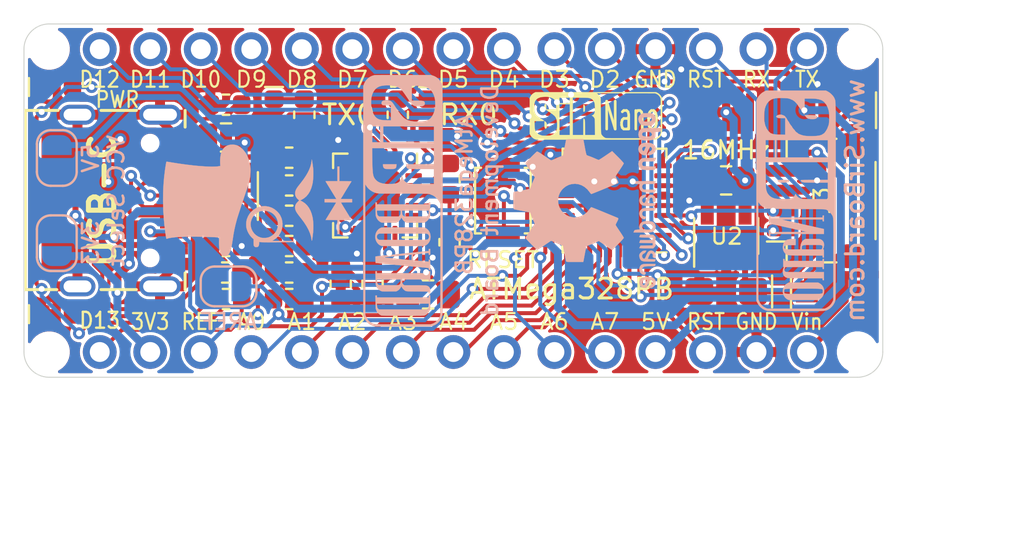
<source format=kicad_pcb>
(kicad_pcb (version 20171130) (host pcbnew "(5.1.2)-2")
  (title_block (title SirNano) (date 2020-04-12) (rev 3.1) (company SirBoard) (comment 1 www.SirBoard.com) (comment 2 "Arduino Nano Footprint and Pinout with 3.3V and 5V capability ") (comment 3 "SirBlue Adapter (Qwiic and Stemma QT)") (comment 4 "ATMega328PB Based Dev Board"))
  (layers (0 F.Cu signal) (31 B.Cu signal) (34 B.Paste user hide) (35 F.Paste user hide) (36 B.SilkS user) (37 F.SilkS user) (38 B.Mask user hide) (39 F.Mask user hide) (44 Edge.Cuts user))
  (net 0 "")
  (net 1 GND)
  (net 2 "Net-(L1-Pad2)")
  (net 3 /X1)
  (net 4 /X2)
  (net 5 /uD+)
  (net 6 /uD-)
  (net 7 /PWRLED)
  (net 8 TX_LED)
  (net 9 RX_LED)
  (net 10 "Net-(U3-Pad19)")
  (net 11 "Net-(U3-Pad16)")
  (net 12 "Net-(U3-Pad15)")
  (net 13 "Net-(U3-Pad6)")
  (net 14 "Net-(U3-Pad5)")
  (net 15 "Net-(U3-Pad4)")
  (net 16 "Net-(U3-Pad2)")
  (net 17 A0)
  (net 18 A1)
  (net 19 A2)
  (net 20 A3)
  (net 21 A4)
  (net 22 A5)
  (net 23 A6)
  (net 24 A7)
  (net 25 RESET)
  (net 26 "Net-(C11-Pad2)")
  (net 27 D11)
  (net 28 D13)
  (net 29 D12)
  (net 30 AREF)
  (net 31 VCC)
  (net 32 D-)
  (net 33 D+)
  (net 34 D10)
  (net 35 D9)
  (net 36 D8)
  (net 37 D7)
  (net 38 D6)
  (net 39 D5)
  (net 40 D4)
  (net 41 D3)
  (net 42 D2)
  (net 43 TX)
  (net 44 RX)
  (net 45 VBUS)
  (net 46 /D13LED)
  (net 47 "Net-(P1-PadB5)")
  (net 48 "Net-(P1-PadA8)")
  (net 49 "Net-(P1-PadA5)")
  (net 50 "Net-(P1-PadB8)")
  (net 51 /TXLED)
  (net 52 /RXLED)
  (net 53 VUSB)
  (net 54 VIN)
  (net 55 3V3)
  (net 56 "Net-(U2-Pad4)")
  (net 57 /LDO_in)
  (net 58 SDA1)
  (net 59 SCL1)
  (module logo:Sir___67x24 (layer F.Cu) (at 71.9328 32.5628)
    (fp_text reference G*** hide)
    (fp_text value LOGO hide)
  )
  (module SirBoardLibrary:USB_C (layer F.Cu) (at 51.308 33.6135 270)
    (fp_text reference USB-C (at 3.2165 4.191 90) (layer F.SilkS) (effects (font (size 1.27 1.27) (thickness 0.254))))
    (fp_text value USB_C_Plug_USB2.0 hide)
    (pad B4 smd rect (at 5.4558 0.5866 270) (size 0.31 1.4) (layers F.Cu F.Paste F.Mask) (net 45 VBUS))
    (pad B1 smd rect (at 6.2585 0.5866 270) (size 0.31 1.4) (layers F.Cu F.Paste F.Mask) (net 1 GND))
    (pad B9 smd rect (at 0.9685 0.5842 270) (size 0.31 1.4) (layers F.Cu F.Paste F.Mask) (net 45 VBUS))
    (pad B12 smd rect (at 0.1685 0.5842 270) (size 0.31 1.4) (layers F.Cu F.Paste F.Mask) (net 1 GND))
    (pad A1 smd rect (at -0.1415 0.5866 270) (size 0.31 1.4) (layers F.Cu F.Paste F.Mask) (net 1 GND))
    (pad A12 smd rect (at 6.5685 0.5866 270) (size 0.31 1.4) (layers F.Cu F.Paste F.Mask) (net 1 GND))
    (pad "" np_thru_hole circle (at 0.3235 1.7866 270) (size 0.65 0.65) (drill oval 0.65) (layers *.Cu *.Mask))
    (pad "" np_thru_hole circle (at 6.1035 1.7866 270) (size 0.65 0.65) (drill oval 0.65) (layers *.Cu *.Mask))
    (pad S1 thru_hole oval (at -1.1065 5.4366 270) (size 1 1.8) (drill oval 0.6 1.4) (layers *.Cu *.Mask) (net 1 GND))
    (pad S1 thru_hole oval (at 7.5335 5.4366 270) (size 1 1.8) (drill oval 0.6 1.4) (layers *.Cu *.Mask) (net 1 GND))
    (pad S1 thru_hole oval (at 7.5335 1.2866 270) (size 1 2.1) (drill oval 0.6 1.7) (layers *.Cu *.Mask) (net 1 GND))
    (pad S1 thru_hole oval (at -1.1065 1.2866 270) (size 1 2.1) (drill oval 0.6 1.7) (layers *.Cu *.Mask) (net 1 GND))
    (pad B5 smd rect (at 4.9635 0.5866 270) (size 0.32 1.4) (layers F.Cu F.Paste F.Mask) (net 47 "Net-(P1-PadB5)"))
    (pad A8 smd rect (at 4.4635 0.5866 270) (size 0.32 1.4) (layers F.Cu F.Paste F.Mask) (net 48 "Net-(P1-PadA8)"))
    (pad B6 smd rect (at 3.9635 0.5866 270) (size 0.32 1.4) (layers F.Cu F.Paste F.Mask) (net 33 D+))
    (pad A7 smd rect (at 3.4635 0.5866 270) (size 0.32 1.4) (layers F.Cu F.Paste F.Mask) (net 32 D-))
    (pad A6 smd rect (at 2.9635 0.5866 270) (size 0.32 1.4) (layers F.Cu F.Paste F.Mask) (net 33 D+))
    (pad B7 smd rect (at 2.4635 0.5866 270) (size 0.32 1.4) (layers F.Cu F.Paste F.Mask) (net 32 D-))
    (pad A5 smd rect (at 1.9635 0.5866 270) (size 0.32 1.4) (layers F.Cu F.Paste F.Mask) (net 49 "Net-(P1-PadA5)"))
    (pad B8 smd rect (at 1.4635 0.5866 270) (size 0.32 1.4) (layers F.Cu F.Paste F.Mask) (net 50 "Net-(P1-PadB8)"))
    (pad A9 smd rect (at 5.7685 0.5866 270) (size 0.31 1.4) (layers F.Cu F.Paste F.Mask) (net 45 VBUS))
    (pad A4 smd rect (at 0.6585 0.5866 270) (size 0.31 1.4) (layers F.Cu F.Paste F.Mask) (net 45 VBUS))
  )
  (module logo:SirBoard127x40 (layer B.Cu) (at 62.23 36.83 270)
    (fp_text reference G*** hide)
    (fp_text value LOGO hide)
  )
  (module Diode_SMD:D_SOD-123F (layer F.Cu) (at 83.82 32.2834 180)
    (fp_text reference D2 hide)
    (fp_text value MBR120)
    (pad 2 smd rect (at 1.4 0 180) (size 1.1 1.1) (layers F.Cu F.Paste F.Mask) (net 53 VUSB))
    (pad 1 smd rect (at -1.4 0 180) (size 1.1 1.1) (layers F.Cu F.Paste F.Mask) (net 57 /LDO_in))
  )
  (module Capacitor_Tantalum_SMD:CP_EIA-3216-12_Kemet-S (layer F.Cu) (at 78.486 41.402 180)
    (fp_text reference C8 hide)
    (fp_text value 22uF)
    (pad 2 smd roundrect (at 1.35 0 180) (size 1.4 1.35) (layers F.Cu F.Paste F.Mask) (roundrect_rratio 0.185185) (net 1 GND))
    (pad 1 smd roundrect (at -1.35 0 180) (size 1.4 1.35) (layers F.Cu F.Paste F.Mask) (roundrect_rratio 0.185185) (net 57 /LDO_in))
  )
  (module Diode_SMD:D_SOD-123F (layer F.Cu) (at 83.947 41.402)
    (fp_text reference D3 hide)
    (fp_text value MBR120)
    (pad 2 smd rect (at 1.4 0) (size 1.1 1.1) (layers F.Cu F.Paste F.Mask) (net 54 VIN))
    (pad 1 smd rect (at -1.4 0) (size 1.1 1.1) (layers F.Cu F.Paste F.Mask) (net 57 /LDO_in))
  )
  (module Crystal:Resonator_SMD_muRata_CSTxExxV-3Pin_3.0x1.1mm (layer F.Cu) (at 78.486 32.385)
    (fp_text reference Y1 hide)
    (fp_text value 16MHz)
    (pad 3 smd rect (at 1.2 0) (size 0.4 1.9) (layers F.Cu F.Paste F.Mask) (net 3 /X1))
    (pad 2 smd rect (at 0 0) (size 0.4 1.9) (layers F.Cu F.Paste F.Mask) (net 1 GND))
    (pad 1 smd rect (at -1.2 0) (size 0.4 1.9) (layers F.Cu F.Paste F.Mask) (net 4 /X2))
  )
  (module Jumper:SolderJumper-2_P1.3mm_Open_RoundedPad1.0x1.5mm (layer B.Cu) (at 44.831 38.974 90)
    (fp_text reference JP3 hide)
    (fp_text value AREF)
    (pad 2 smd custom (at 0.65 0 90) (size 1 0.5) (layers B.Cu B.Mask) (net 31 VCC) (options (clearance outline) (anchor rect)) (primitives (gr_circle (center 0 -0.25) (end 0.5 -0.25) (width 0)) (gr_circle (center 0 0.25) (end 0.5 0.25) (width 0)) (gr_poly (pts (xy 0 0.75) (xy -0.5 0.75) (xy -0.5 -0.75) (xy 0 -0.75)) (width 0))))
    (pad 1 smd custom (at -0.65 0 90) (size 1 0.5) (layers B.Cu B.Mask) (net 55 3V3) (options (clearance outline) (anchor rect)) (primitives (gr_circle (center 0 -0.25) (end 0.5 -0.25) (width 0)) (gr_circle (center 0 0.25) (end 0.5 0.25) (width 0)) (gr_poly (pts (xy 0 0.75) (xy 0.5 0.75) (xy 0.5 -0.75) (xy 0 -0.75)) (width 0))))
  )
  (module Jumper:SolderJumper-2_P1.3mm_Open_RoundedPad1.0x1.5mm (layer B.Cu) (at 44.831 34.686 270)
    (fp_text reference JP2 hide)
    (fp_text value AREF)
    (pad 2 smd custom (at 0.65 0 270) (size 1 0.5) (layers B.Cu B.Mask) (net 31 VCC) (options (clearance outline) (anchor rect)) (primitives (gr_circle (center 0 -0.25) (end 0.5 -0.25) (width 0)) (gr_circle (center 0 0.25) (end 0.5 0.25) (width 0)) (gr_poly (pts (xy 0 0.75) (xy -0.5 0.75) (xy -0.5 -0.75) (xy 0 -0.75)) (width 0))))
    (pad 1 smd custom (at -0.65 0 270) (size 1 0.5) (layers B.Cu B.Mask) (net 53 VUSB) (options (clearance outline) (anchor rect)) (primitives (gr_circle (center 0 -0.25) (end 0.5 -0.25) (width 0)) (gr_circle (center 0 0.25) (end 0.5 0.25) (width 0)) (gr_poly (pts (xy 0 0.75) (xy 0.5 0.75) (xy 0.5 -0.75) (xy 0 -0.75)) (width 0))))
  )
  (module Package_TO_SOT_SMD:SOT-23-5 (layer F.Cu) (at 78.486 38.608 90)
    (fp_text reference U2 (at -0.0254 0.0254) (layer F.SilkS) (effects (font (size 0.8 0.8) (thickness 0.12))))
    (fp_text value SPX3819M5-L-3-3)
    (pad 5 smd rect (at 1.1 -0.95 90) (size 1.06 0.65) (layers F.Cu F.Paste F.Mask) (net 55 3V3))
    (pad 4 smd rect (at 1.1 0.95 90) (size 1.06 0.65) (layers F.Cu F.Paste F.Mask) (net 56 "Net-(U2-Pad4)"))
    (pad 3 smd rect (at -1.1 0.95 90) (size 1.06 0.65) (layers F.Cu F.Paste F.Mask) (net 57 /LDO_in))
    (pad 2 smd rect (at -1.1 0 90) (size 1.06 0.65) (layers F.Cu F.Paste F.Mask) (net 1 GND))
    (pad 1 smd rect (at -1.1 -0.95 90) (size 1.06 0.65) (layers F.Cu F.Paste F.Mask) (net 57 /LDO_in))
  )
  (module Package_DFN_QFN:QFN-32-1EP_5x5mm_P0.5mm_EP3.1x3.1mm (layer F.Cu) (at 72.8726 36.83 180)
    (fp_text reference U1 hide)
    (fp_text value ATmega328PB-MU)
    (pad 33 smd roundrect (at 0 0 180) (size 3.1 3.1) (layers F.Cu F.Mask) (roundrect_rratio 0.08064499999999999) (net 1 GND))
    (pad 1 smd roundrect (at -2.4375 -1.75 180) (size 0.875 0.25) (layers F.Cu F.Paste F.Mask) (net 41 D3))
    (pad 2 smd roundrect (at -2.4375 -1.25 180) (size 0.875 0.25) (layers F.Cu F.Paste F.Mask) (net 40 D4))
    (pad 3 smd roundrect (at -2.4375 -0.75 180) (size 0.875 0.25) (layers F.Cu F.Paste F.Mask) (net 58 SDA1))
    (pad 4 smd roundrect (at -2.4375 -0.25 180) (size 0.875 0.25) (layers F.Cu F.Paste F.Mask) (net 31 VCC))
    (pad 5 smd roundrect (at -2.4375 0.25 180) (size 0.875 0.25) (layers F.Cu F.Paste F.Mask) (net 1 GND))
    (pad 6 smd roundrect (at -2.4375 0.75 180) (size 0.875 0.25) (layers F.Cu F.Paste F.Mask) (net 59 SCL1))
    (pad 7 smd roundrect (at -2.4375 1.25 180) (size 0.875 0.25) (layers F.Cu F.Paste F.Mask) (net 3 /X1))
    (pad 8 smd roundrect (at -2.4375 1.75 180) (size 0.875 0.25) (layers F.Cu F.Paste F.Mask) (net 4 /X2))
    (pad 9 smd roundrect (at -1.75 2.4375 180) (size 0.25 0.875) (layers F.Cu F.Paste F.Mask) (net 39 D5))
    (pad 10 smd roundrect (at -1.25 2.4375 180) (size 0.25 0.875) (layers F.Cu F.Paste F.Mask) (net 38 D6))
    (pad 11 smd roundrect (at -0.75 2.4375 180) (size 0.25 0.875) (layers F.Cu F.Paste F.Mask) (net 37 D7))
    (pad 12 smd roundrect (at -0.25 2.4375 180) (size 0.25 0.875) (layers F.Cu F.Paste F.Mask) (net 36 D8))
    (pad 13 smd roundrect (at 0.25 2.4375 180) (size 0.25 0.875) (layers F.Cu F.Paste F.Mask) (net 35 D9))
    (pad 14 smd roundrect (at 0.75 2.4375 180) (size 0.25 0.875) (layers F.Cu F.Paste F.Mask) (net 34 D10))
    (pad 15 smd roundrect (at 1.25 2.4375 180) (size 0.25 0.875) (layers F.Cu F.Paste F.Mask) (net 27 D11))
    (pad 16 smd roundrect (at 1.75 2.4375 180) (size 0.25 0.875) (layers F.Cu F.Paste F.Mask) (net 29 D12))
    (pad 17 smd roundrect (at 2.4375 1.75 180) (size 0.875 0.25) (layers F.Cu F.Paste F.Mask) (net 28 D13))
    (pad 18 smd roundrect (at 2.4375 1.25 180) (size 0.875 0.25) (layers F.Cu F.Paste F.Mask) (net 2 "Net-(L1-Pad2)"))
    (pad 19 smd roundrect (at 2.4375 0.75 180) (size 0.875 0.25) (layers F.Cu F.Paste F.Mask) (net 23 A6))
    (pad 20 smd roundrect (at 2.4375 0.25 180) (size 0.875 0.25) (layers F.Cu F.Paste F.Mask) (net 30 AREF))
    (pad 21 smd roundrect (at 2.4375 -0.25 180) (size 0.875 0.25) (layers F.Cu F.Paste F.Mask) (net 1 GND))
    (pad 22 smd roundrect (at 2.4375 -0.75 180) (size 0.875 0.25) (layers F.Cu F.Paste F.Mask) (net 24 A7))
    (pad 23 smd roundrect (at 2.4375 -1.25 180) (size 0.875 0.25) (layers F.Cu F.Paste F.Mask) (net 17 A0))
    (pad 24 smd roundrect (at 2.4375 -1.75 180) (size 0.875 0.25) (layers F.Cu F.Paste F.Mask) (net 18 A1))
    (pad 25 smd roundrect (at 1.75 -2.4375 180) (size 0.25 0.875) (layers F.Cu F.Paste F.Mask) (net 19 A2))
    (pad 26 smd roundrect (at 1.25 -2.4375 180) (size 0.25 0.875) (layers F.Cu F.Paste F.Mask) (net 20 A3))
    (pad 27 smd roundrect (at 0.75 -2.4375 180) (size 0.25 0.875) (layers F.Cu F.Paste F.Mask) (net 21 A4))
    (pad 28 smd roundrect (at 0.25 -2.4375 180) (size 0.25 0.875) (layers F.Cu F.Paste F.Mask) (net 22 A5))
    (pad 29 smd roundrect (at -0.25 -2.4375 180) (size 0.25 0.875) (layers F.Cu F.Paste F.Mask) (net 25 RESET))
    (pad 30 smd roundrect (at -0.75 -2.4375 180) (size 0.25 0.875) (layers F.Cu F.Paste F.Mask) (net 44 RX))
    (pad 31 smd roundrect (at -1.25 -2.4375 180) (size 0.25 0.875) (layers F.Cu F.Paste F.Mask) (net 43 TX))
    (pad 32 smd roundrect (at -1.75 -2.4375 180) (size 0.25 0.875) (layers F.Cu F.Paste F.Mask) (net 42 D2))
  )
  (module logo:SirNano118x40 (layer B.Cu) (at 81.9912 36.83 270)
    (fp_text reference G*** hide)
    (fp_text value LOGO hide)
  )
  (module logo:logo94x134 (layer B.Cu) (at 54.9275 36.83 270)
    (fp_text reference G*** hide)
    (fp_text value LOGO hide)
  )
  (module Symbol:OSHW-Logo2_9.8x8mm_SilkScreen (layer B.Cu) (at 71.501 36.83 270)
    (fp_text reference REF** hide)
    (fp_text value OSHW-Logo2_9.8x8mm_SilkScreen hide)
  )
  (module Resistor_SMD:R_0603_1608Metric (layer F.Cu) (at 53.302 40.4495 180)
    (fp_text reference R12 hide)
    (fp_text value 5K1)
    (pad 2 smd roundrect (at 0.7875 0 180) (size 0.875 0.95) (layers F.Cu F.Paste F.Mask) (net 49 "Net-(P1-PadA5)"))
    (pad 1 smd roundrect (at -0.7875 0 180) (size 0.875 0.95) (layers F.Cu F.Paste F.Mask) (net 1 GND))
  )
  (module Resistor_SMD:R_0603_1608Metric (layer F.Cu) (at 56.515 40.4495 180)
    (fp_text reference R11 hide)
    (fp_text value 5K1)
    (pad 2 smd roundrect (at 0.7875 0 180) (size 0.875 0.95) (layers F.Cu F.Paste F.Mask) (net 47 "Net-(P1-PadB5)"))
    (pad 1 smd roundrect (at -0.7875 0 180) (size 0.875 0.95) (layers F.Cu F.Paste F.Mask) (net 1 GND))
  )
  (module SirBoardLibrary:SirBlue_Connector (layer F.Cu) (at 83.312 36.83 90)
    (fp_text reference J3 (at 0 0 90) (layer F.SilkS) (effects (font (size 0.8 0.8) (thickness 0.12))))
    (fp_text value SirBlue)
    (pad MP smd roundrect (at 2.8 1.875 90) (size 1.2 1.8) (layers F.Cu F.Paste F.Mask) (roundrect_rratio 0.208333))
    (pad MP smd roundrect (at -2.8 1.875 90) (size 1.2 1.8) (layers F.Cu F.Paste F.Mask) (roundrect_rratio 0.208333))
    (pad 4 smd roundrect (at 1.5 -2 90) (size 0.6 1.55) (layers F.Cu F.Paste F.Mask) (net 1 GND))
    (pad 3 smd roundrect (at 0.5 -2 90) (size 0.6 1.55) (layers F.Cu F.Paste F.Mask) (net 31 VCC))
    (pad 2 smd roundrect (at -0.5 -2 90) (size 0.6 1.55) (layers F.Cu F.Paste F.Mask) (net 58 SDA1))
    (pad 1 smd roundrect (at -1.5 -2 90) (size 0.6 1.55) (layers F.Cu F.Paste F.Mask) (net 59 SCL1))
  )
  (module Button_Switch_SMD:SW_SPST_B3U-1000P (layer F.Cu) (at 67.2592 36.83 90)
    (fp_text reference RESET (at -2.9845 0 180) (layer F.SilkS) (effects (font (size 0.8 0.8) (thickness 0.12))))
    (fp_text value SW_Push)
    (pad 2 smd rect (at 1.7 0 90) (size 0.9 1.7) (layers F.Cu F.Paste F.Mask) (net 1 GND))
    (pad 1 smd rect (at -1.7 0 90) (size 0.9 1.7) (layers F.Cu F.Paste F.Mask) (net 25 RESET))
  )
  (module SirBoardLibrary:SOT-143 (layer F.Cu) (at 53.467 36.576 90)
    (fp_text reference D1 hide)
    (fp_text value PRTR5V0U2X)
    (pad 4 smd rect (at 1.1508 -1.0516) (size 0.8 1) (layers F.Cu F.Paste F.Mask) (net 45 VBUS))
    (pad 3 smd rect (at 1.1508 0.8484) (size 0.8 1) (layers F.Cu F.Paste F.Mask) (net 33 D+))
    (pad 2 smd rect (at -1.1492 0.8484) (size 0.8 1) (layers F.Cu F.Paste F.Mask) (net 32 D-))
    (pad 1 smd rect (at -1.1492 -0.8716) (size 1.2 1) (layers F.Cu F.Paste F.Mask) (net 1 GND))
  )
  (module Resistor_SMD:R_0805_2012Metric (layer F.Cu) (at 53.34 33.655 180)
    (fp_text reference F1 hide)
    (fp_text value 500mA)
    (pad 2 smd roundrect (at 0.9375 0 180) (size 0.975 1.4) (layers F.Cu F.Paste F.Mask) (net 45 VBUS))
    (pad 1 smd roundrect (at -0.9375 0 180) (size 0.975 1.4) (layers F.Cu F.Paste F.Mask) (net 53 VUSB))
  )
  (module LED_SMD:LED_0603_1608Metric (layer F.Cu) (at 44.831 31.115)
    (fp_text reference PWR (at 3.048 0.635 180) (layer F.SilkS) (effects (font (size 0.8 0.7) (thickness 0.11))))
    (fp_text value LED)
    (pad 2 smd roundrect (at 0.7875 0) (size 0.875 0.95) (layers F.Cu F.Paste F.Mask) (net 7 /PWRLED))
    (pad 1 smd roundrect (at -0.7875 0) (size 0.875 0.95) (layers F.Cu F.Paste F.Mask) (net 1 GND))
  )
  (module LED_SMD:LED_0603_1608Metric (layer F.Cu) (at 44.831 42.545)
    (fp_text reference D13 (at 2.159 0.3175 180) (layer F.SilkS) (effects (font (size 0.8 0.7) (thickness 0.12))))
    (fp_text value LED)
    (pad 2 smd roundrect (at 0.7875 0) (size 0.875 0.95) (layers F.Cu F.Paste F.Mask) (net 46 /D13LED))
    (pad 1 smd roundrect (at -0.7875 0) (size 0.875 0.95) (layers F.Cu F.Paste F.Mask) (net 1 GND))
  )
  (module LED_SMD:LED_0603_1608Metric (layer F.Cu) (at 55.753 32.512 270)
    (fp_text reference TX0 (at 0 -3.7465 180) (layer F.SilkS))
    (fp_text value LED)
    (pad 2 smd roundrect (at 0.7875 0 270) (size 0.875 0.95) (layers F.Cu F.Paste F.Mask) (net 31 VCC))
    (pad 1 smd roundrect (at -0.7875 0 270) (size 0.875 0.95) (layers F.Cu F.Paste F.Mask) (net 51 /TXLED))
  )
  (module LED_SMD:LED_0603_1608Metric (layer F.Cu) (at 63.5 32.512 270)
    (fp_text reference RX0 (at 0 -2.032) (layer F.SilkS))
    (fp_text value LED)
    (pad 2 smd roundrect (at 0.7875 0 270) (size 0.875 0.95) (layers F.Cu F.Paste F.Mask) (net 31 VCC))
    (pad 1 smd roundrect (at -0.7875 0 270) (size 0.875 0.95) (layers F.Cu F.Paste F.Mask) (net 52 /RXLED))
  )
  (module Resistor_SMD:R_0603_1608Metric (layer F.Cu) (at 53.34 39.116 180)
    (fp_text reference R10 hide)
    (fp_text value 1k)
    (pad 2 smd roundrect (at 0.7875 0 180) (size 0.875 0.95) (layers F.Cu F.Paste F.Mask) (net 7 /PWRLED))
    (pad 1 smd roundrect (at -0.7875 0 180) (size 0.875 0.95) (layers F.Cu F.Paste F.Mask) (net 31 VCC))
  )
  (module Resistor_SMD:R_0603_1608Metric (layer F.Cu) (at 53.34 41.783 180)
    (fp_text reference R9 hide)
    (fp_text value 1k)
    (pad 2 smd roundrect (at 0.7875 0 180) (size 0.875 0.95) (layers F.Cu F.Paste F.Mask) (net 46 /D13LED))
    (pad 1 smd roundrect (at -0.7875 0 180) (size 0.875 0.95) (layers F.Cu F.Paste F.Mask) (net 28 D13))
  )
  (module Resistor_SMD:R_0603_1608Metric (layer F.Cu) (at 57.277 32.512 90)
    (fp_text reference R8 hide)
    (fp_text value 1k)
    (pad 2 smd roundrect (at 0.7875 0 90) (size 0.875 0.95) (layers F.Cu F.Paste F.Mask) (net 51 /TXLED))
    (pad 1 smd roundrect (at -0.7875 0 90) (size 0.875 0.95) (layers F.Cu F.Paste F.Mask) (net 8 TX_LED))
  )
  (module Resistor_SMD:R_0603_1608Metric (layer F.Cu) (at 61.976 32.512 90)
    (fp_text reference R4 hide)
    (fp_text value 1k)
    (pad 2 smd roundrect (at 0.7875 0 90) (size 0.875 0.95) (layers F.Cu F.Paste F.Mask) (net 52 /RXLED))
    (pad 1 smd roundrect (at -0.7875 0 90) (size 0.875 0.95) (layers F.Cu F.Paste F.Mask) (net 9 RX_LED))
  )
  (module Resistor_SMD:R_0603_1608Metric (layer F.Cu) (at 64.5795 38.9255 90)
    (fp_text reference R3 hide)
    (fp_text value 10k)
    (pad 2 smd roundrect (at 0.7875 0 90) (size 0.875 0.95) (layers F.Cu F.Paste F.Mask) (net 25 RESET))
    (pad 1 smd roundrect (at -0.7875 0 90) (size 0.875 0.95) (layers F.Cu F.Paste F.Mask) (net 31 VCC))
  )
  (module Inductor_SMD:L_0805_2012Metric_Pad1.15x1.40mm_HandSolder (layer F.Cu) (at 63.5 41.5544)
    (fp_text reference L1 hide)
    (fp_text value 10uH)
    (pad 2 smd roundrect (at 1.025 0) (size 1.15 1.4) (layers F.Cu F.Paste F.Mask) (roundrect_rratio 0.217391) (net 2 "Net-(L1-Pad2)"))
    (pad 1 smd roundrect (at -1.025 0) (size 1.15 1.4) (layers F.Cu F.Paste F.Mask) (roundrect_rratio 0.217391) (net 31 VCC))
  )
  (module Capacitor_SMD:C_0603_1608Metric (layer F.Cu) (at 64.5795 35.7505 90)
    (fp_text reference C11 hide)
    (fp_text value 100nF)
    (pad 2 smd roundrect (at 0.7875 0 90) (size 0.875 0.95) (layers F.Cu F.Paste F.Mask) (net 26 "Net-(C11-Pad2)"))
    (pad 1 smd roundrect (at -0.7875 0 90) (size 0.875 0.95) (layers F.Cu F.Paste F.Mask) (net 25 RESET))
  )
  (module Capacitor_SMD:C_0603_1608Metric (layer F.Cu) (at 60.706 41.021 270)
    (fp_text reference C9 hide)
    (fp_text value 100nF)
    (pad 2 smd roundrect (at 0.7875 0 270) (size 0.875 0.95) (layers F.Cu F.Paste F.Mask) (net 1 GND))
    (pad 1 smd roundrect (at -0.7875 0 270) (size 0.875 0.95) (layers F.Cu F.Paste F.Mask) (net 31 VCC))
  )
  (module Capacitor_SMD:C_0805_2012Metric (layer F.Cu) (at 78.486 35.814)
    (fp_text reference C7 hide)
    (fp_text value 10uF)
    (pad 2 smd roundrect (at 0.9375 0) (size 0.975 1.4) (layers F.Cu F.Paste F.Mask) (net 1 GND))
    (pad 1 smd roundrect (at -0.9375 0) (size 0.975 1.4) (layers F.Cu F.Paste F.Mask) (net 55 3V3))
  )
  (module Capacitor_SMD:C_0603_1608Metric (layer F.Cu) (at 59.1058 41.0211 270)
    (fp_text reference C3 hide)
    (fp_text value 100nF)
    (pad 2 smd roundrect (at 0.7875 0 270) (size 0.875 0.95) (layers F.Cu F.Paste F.Mask) (net 1 GND))
    (pad 1 smd roundrect (at -0.7875 0 270) (size 0.875 0.95) (layers F.Cu F.Paste F.Mask) (net 55 3V3))
  )
  (module Capacitor_SMD:C_0603_1608Metric (layer F.Cu) (at 56.515 41.783)
    (fp_text reference C1 hide)
    (fp_text value 100nF)
    (pad 2 smd roundrect (at 0.7875 0) (size 0.875 0.95) (layers F.Cu F.Paste F.Mask) (net 1 GND))
    (pad 1 smd roundrect (at -0.7875 0) (size 0.875 0.95) (layers F.Cu F.Paste F.Mask) (net 30 AREF))
  )
  (module Connector_PinHeader_2.54mm:PinHeader_1x15_P2.54mm_Vertical (layer B.Cu) (at 46.99 29.21 270)
    (fp_text reference J1 hide)
    (fp_text value Conn_01x15)
    (pad 15 thru_hole oval (at 0 -35.56 270) (size 1.7 1.7) (drill 1) (layers *.Cu *.Mask) (net 43 TX))
    (pad 14 thru_hole oval (at 0 -33.02 270) (size 1.7 1.7) (drill 1) (layers *.Cu *.Mask) (net 44 RX))
    (pad 13 thru_hole oval (at 0 -30.48 270) (size 1.7 1.7) (drill 1) (layers *.Cu *.Mask) (net 25 RESET))
    (pad 12 thru_hole oval (at 0 -27.94 270) (size 1.7 1.7) (drill 1) (layers *.Cu *.Mask) (net 1 GND))
    (pad 11 thru_hole oval (at 0 -25.4 270) (size 1.7 1.7) (drill 1) (layers *.Cu *.Mask) (net 42 D2))
    (pad 10 thru_hole oval (at 0 -22.86 270) (size 1.7 1.7) (drill 1) (layers *.Cu *.Mask) (net 41 D3))
    (pad 9 thru_hole oval (at 0 -20.32 270) (size 1.7 1.7) (drill 1) (layers *.Cu *.Mask) (net 40 D4))
    (pad 8 thru_hole oval (at 0 -17.78 270) (size 1.7 1.7) (drill 1) (layers *.Cu *.Mask) (net 39 D5))
    (pad 7 thru_hole oval (at 0 -15.24 270) (size 1.7 1.7) (drill 1) (layers *.Cu *.Mask) (net 38 D6))
    (pad 6 thru_hole oval (at 0 -12.7 270) (size 1.7 1.7) (drill 1) (layers *.Cu *.Mask) (net 37 D7))
    (pad 5 thru_hole oval (at 0 -10.16 270) (size 1.7 1.7) (drill 1) (layers *.Cu *.Mask) (net 36 D8))
    (pad 4 thru_hole oval (at 0 -7.62 270) (size 1.7 1.7) (drill 1) (layers *.Cu *.Mask) (net 35 D9))
    (pad 3 thru_hole oval (at 0 -5.08 270) (size 1.7 1.7) (drill 1) (layers *.Cu *.Mask) (net 34 D10))
    (pad 2 thru_hole oval (at 0 -2.54 270) (size 1.7 1.7) (drill 1) (layers *.Cu *.Mask) (net 27 D11))
    (pad 1 thru_hole circle (at 0 0 270) (size 1.7 1.7) (drill 1) (layers *.Cu *.Mask) (net 29 D12))
  )
  (module Connector_PinHeader_2.54mm:PinHeader_1x15_P2.54mm_Vertical (layer B.Cu) (at 82.55 44.45 90)
    (fp_text reference J2 hide)
    (fp_text value Conn_01x15)
    (pad 15 thru_hole oval (at 0 -35.56 90) (size 1.7 1.7) (drill 1) (layers *.Cu *.Mask) (net 28 D13))
    (pad 14 thru_hole oval (at 0 -33.02 90) (size 1.7 1.7) (drill 1) (layers *.Cu *.Mask) (net 55 3V3))
    (pad 13 thru_hole oval (at 0 -30.48 90) (size 1.7 1.7) (drill 1) (layers *.Cu *.Mask) (net 30 AREF))
    (pad 12 thru_hole oval (at 0 -27.94 90) (size 1.7 1.7) (drill 1) (layers *.Cu *.Mask) (net 17 A0))
    (pad 11 thru_hole oval (at 0 -25.4 90) (size 1.7 1.7) (drill 1) (layers *.Cu *.Mask) (net 18 A1))
    (pad 10 thru_hole oval (at 0 -22.86 90) (size 1.7 1.7) (drill 1) (layers *.Cu *.Mask) (net 19 A2))
    (pad 9 thru_hole oval (at 0 -20.32 90) (size 1.7 1.7) (drill 1) (layers *.Cu *.Mask) (net 20 A3))
    (pad 8 thru_hole oval (at 0 -17.78 90) (size 1.7 1.7) (drill 1) (layers *.Cu *.Mask) (net 21 A4))
    (pad 7 thru_hole oval (at 0 -15.24 90) (size 1.7 1.7) (drill 1) (layers *.Cu *.Mask) (net 22 A5))
    (pad 6 thru_hole oval (at 0 -12.7 90) (size 1.7 1.7) (drill 1) (layers *.Cu *.Mask) (net 23 A6))
    (pad 5 thru_hole oval (at 0 -10.16 90) (size 1.7 1.7) (drill 1) (layers *.Cu *.Mask) (net 24 A7))
    (pad 4 thru_hole oval (at 0 -7.62 90) (size 1.7 1.7) (drill 1) (layers *.Cu *.Mask) (net 53 VUSB))
    (pad 3 thru_hole oval (at 0 -5.08 90) (size 1.7 1.7) (drill 1) (layers *.Cu *.Mask) (net 25 RESET))
    (pad 2 thru_hole oval (at 0 -2.54 90) (size 1.7 1.7) (drill 1) (layers *.Cu *.Mask) (net 1 GND))
    (pad 1 thru_hole circle (at 0 0 90) (size 1.7 1.7) (drill 1) (layers *.Cu *.Mask) (net 54 VIN))
  )
  (module MountingHole:MountingHole_2.2mm_M2 (layer F.Cu) (at 85.09 29.21)
    (fp_text reference H4 hide)
    (fp_text value MountingHole)
    (pad "" np_thru_hole circle (at 0 0) (size 1.778 1.778) (drill 1.778) (layers *.Cu *.Mask))
  )
  (module MountingHole:MountingHole_2.2mm_M2 (layer F.Cu) (at 44.45 44.45)
    (fp_text reference H3 hide)
    (fp_text value MountingHole)
    (pad "" np_thru_hole circle (at 0 0) (size 1.778 1.778) (drill 1.778) (layers *.Cu *.Mask))
  )
  (module MountingHole:MountingHole_2.2mm_M2 (layer F.Cu) (at 85.09 44.45)
    (fp_text reference H2 hide)
    (fp_text value MountingHole)
    (pad "" np_thru_hole circle (at 0 0) (size 1.778 1.778) (drill 1.778) (layers *.Cu *.Mask))
  )
  (module MountingHole:MountingHole_2.2mm_M2 (layer F.Cu) (at 44.45 29.21)
    (fp_text reference H1 hide)
    (fp_text value MountingHole)
    (pad "" np_thru_hole circle (at 0 0) (size 1.778 1.778) (drill 1.778) (layers *.Cu *.Mask))
  )
  (module Package_DFN_QFN:QFN-20-1EP_4x4mm_P0.5mm_EP2.5x2.5mm (layer F.Cu) (at 60.833 36.576 270)
    (fp_text reference U3 hide)
    (fp_text value FT231XQ)
    (pad 21 smd roundrect (at 0 0 270) (size 2.5 2.5) (layers F.Cu F.Mask) (roundrect_rratio 0.1) (net 1 GND))
    (pad 1 smd roundrect (at -1.9375 -1 270) (size 0.825 0.25) (layers F.Cu F.Paste F.Mask) (net 43 TX))
    (pad 2 smd roundrect (at -1.9375 -0.5 270) (size 0.825 0.25) (layers F.Cu F.Paste F.Mask) (net 16 "Net-(U3-Pad2)"))
    (pad 3 smd roundrect (at -1.9375 0 270) (size 0.825 0.25) (layers F.Cu F.Paste F.Mask) (net 1 GND))
    (pad 4 smd roundrect (at -1.9375 0.5 270) (size 0.825 0.25) (layers F.Cu F.Paste F.Mask) (net 15 "Net-(U3-Pad4)"))
    (pad 5 smd roundrect (at -1.9375 1 270) (size 0.825 0.25) (layers F.Cu F.Paste F.Mask) (net 14 "Net-(U3-Pad5)"))
    (pad 6 smd roundrect (at -1 1.9375 270) (size 0.25 0.825) (layers F.Cu F.Paste F.Mask) (net 13 "Net-(U3-Pad6)"))
    (pad 7 smd roundrect (at -0.5 1.9375 270) (size 0.25 0.825) (layers F.Cu F.Paste F.Mask) (net 8 TX_LED))
    (pad 8 smd roundrect (at 0 1.9375 270) (size 0.25 0.825) (layers F.Cu F.Paste F.Mask) (net 5 /uD+))
    (pad 9 smd roundrect (at 0.5 1.9375 270) (size 0.25 0.825) (layers F.Cu F.Paste F.Mask) (net 6 /uD-))
    (pad 10 smd roundrect (at 1 1.9375 270) (size 0.25 0.825) (layers F.Cu F.Paste F.Mask) (net 55 3V3))
    (pad 11 smd roundrect (at 1.9375 1 270) (size 0.825 0.25) (layers F.Cu F.Paste F.Mask) (net 55 3V3))
    (pad 12 smd roundrect (at 1.9375 0.5 270) (size 0.825 0.25) (layers F.Cu F.Paste F.Mask) (net 55 3V3))
    (pad 13 smd roundrect (at 1.9375 0 270) (size 0.825 0.25) (layers F.Cu F.Paste F.Mask) (net 1 GND))
    (pad 14 smd roundrect (at 1.9375 -0.5 270) (size 0.825 0.25) (layers F.Cu F.Paste F.Mask) (net 9 RX_LED))
    (pad 15 smd roundrect (at 1.9375 -1 270) (size 0.825 0.25) (layers F.Cu F.Paste F.Mask) (net 12 "Net-(U3-Pad15)"))
    (pad 16 smd roundrect (at 1 -1.9375 270) (size 0.25 0.825) (layers F.Cu F.Paste F.Mask) (net 11 "Net-(U3-Pad16)"))
    (pad 17 smd roundrect (at 0.5 -1.9375 270) (size 0.25 0.825) (layers F.Cu F.Paste F.Mask) (net 44 RX))
    (pad 18 smd roundrect (at 0 -1.9375 270) (size 0.25 0.825) (layers F.Cu F.Paste F.Mask) (net 26 "Net-(C11-Pad2)"))
    (pad 19 smd roundrect (at -0.5 -1.9375 270) (size 0.25 0.825) (layers F.Cu F.Paste F.Mask) (net 10 "Net-(U3-Pad19)"))
    (pad 20 smd roundrect (at -1 -1.9375 270) (size 0.25 0.825) (layers F.Cu F.Paste F.Mask) (net 55 3V3))
  )
  (module Resistor_SMD:R_0603_1608Metric (layer F.Cu) (at 56.515 37.592)
    (fp_text reference R2 hide)
    (fp_text value 27e)
    (pad 2 smd roundrect (at 0.7875 0) (size 0.875 0.95) (layers F.Cu F.Paste F.Mask) (net 6 /uD-))
    (pad 1 smd roundrect (at -0.7875 0) (size 0.875 0.95) (layers F.Cu F.Paste F.Mask) (net 32 D-))
  )
  (module Resistor_SMD:R_0603_1608Metric (layer F.Cu) (at 56.515 36.068)
    (fp_text reference R1 hide)
    (fp_text value 27e)
    (pad 2 smd roundrect (at 0.7875 0) (size 0.875 0.95) (layers F.Cu F.Paste F.Mask) (net 5 /uD+))
    (pad 1 smd roundrect (at -0.7875 0) (size 0.875 0.95) (layers F.Cu F.Paste F.Mask) (net 33 D+))
  )
  (module Jumper:SolderJumper-2_P1.3mm_Open_RoundedPad1.0x1.5mm (layer B.Cu) (at 53.467 41.148 180)
    (fp_text reference JP1 hide)
    (fp_text value AREF)
    (pad 2 smd custom (at 0.65 0 180) (size 1 0.5) (layers B.Cu B.Mask) (net 31 VCC) (options (clearance outline) (anchor rect)) (primitives (gr_circle (center 0 -0.25) (end 0.5 -0.25) (width 0)) (gr_circle (center 0 0.25) (end 0.5 0.25) (width 0)) (gr_poly (pts (xy 0 0.75) (xy -0.5 0.75) (xy -0.5 -0.75) (xy 0 -0.75)) (width 0))))
    (pad 1 smd custom (at -0.65 0 180) (size 1 0.5) (layers B.Cu B.Mask) (net 30 AREF) (options (clearance outline) (anchor rect)) (primitives (gr_circle (center 0 -0.25) (end 0.5 -0.25) (width 0)) (gr_circle (center 0 0.25) (end 0.5 0.25) (width 0)) (gr_poly (pts (xy 0 0.75) (xy 0.5 0.75) (xy 0.5 -0.75) (xy 0 -0.75)) (width 0))))
  )
  (module Capacitor_SMD:C_0603_1608Metric (layer F.Cu) (at 53.34 32.004 180)
    (fp_text reference C6 hide)
    (fp_text value 10nF)
    (pad 2 smd roundrect (at 0.7875 0 180) (size 0.875 0.95) (layers F.Cu F.Paste F.Mask) (net 1 GND))
    (pad 1 smd roundrect (at -0.7875 0 180) (size 0.875 0.95) (layers F.Cu F.Paste F.Mask) (net 45 VBUS))
  )
  (module Capacitor_SMD:C_0603_1608Metric (layer F.Cu) (at 56.515 39.116 180)
    (fp_text reference C4 hide)
    (fp_text value 47pF)
    (pad 2 smd roundrect (at 0.7875 0 180) (size 0.875 0.95) (layers F.Cu F.Paste F.Mask) (net 1 GND))
    (pad 1 smd roundrect (at -0.7875 0 180) (size 0.875 0.95) (layers F.Cu F.Paste F.Mask) (net 6 /uD-))
  )
  (module Capacitor_SMD:C_0603_1608Metric (layer F.Cu) (at 56.515 34.671 180)
    (fp_text reference C2 hide)
    (fp_text value 47pF)
    (pad 2 smd roundrect (at 0.7875 0 180) (size 0.875 0.95) (layers F.Cu F.Paste F.Mask) (net 1 GND))
    (pad 1 smd roundrect (at -0.7875 0 180) (size 0.875 0.95) (layers F.Cu F.Paste F.Mask) (net 5 /uD+))
  )
  (gr_text Nano (at 73.7108 32.5882) (layer F.SilkS) (effects (font (size 1.4 0.75) (thickness 0.135))))
  (gr_text 16MHz (at 78.486 34.29) (layer F.SilkS) (effects (font (size 0.9 0.9) (thickness 0.13))))
  (gr_text ATMega328PB (at 70.7136 41.275) (layer F.SilkS) (effects (font (size 1 1))))
  (gr_text AREF (at 53.467 42.926) (layer B.SilkS) (effects (font (size 0.8 0.8) (thickness 0.12)) (justify mirror)))
  (gr_text "www.SirBoard.com\n" (at 84.963 36.83 90) (layer B.SilkS) (effects (font (size 0.9 0.9)) (justify mirror)))
  (gr_text "AtMega328PB \nDevelopment Board" (at 65.9638 36.83 90) (layer B.SilkS) (effects (font (size 0.8 0.8) (thickness 0.13)) (justify mirror)))
  (gr_text 5V (at 46.5328 34.6964 90) (layer B.SilkS) (effects (font (size 0.8 0.8) (thickness 0.13)) (justify mirror)))
  (gr_text "VCC Select" (at 47.8155 36.83 90) (layer B.SilkS) (effects (font (size 0.8 0.8) (thickness 0.13)) (justify mirror)))
  (gr_text 3V3 (at 46.5328 38.9636 90) (layer B.SilkS) (effects (font (size 0.8 0.8) (thickness 0.13)) (justify mirror)))
  (gr_text Vin (at 82.55 42.926) (layer F.SilkS) (effects (font (size 0.8 0.7) (thickness 0.11))))
  (gr_text GND (at 80.01 42.926) (layer F.SilkS) (effects (font (size 0.8 0.7) (thickness 0.11))))
  (gr_text RST (at 77.47 42.926) (layer F.SilkS) (effects (font (size 0.8 0.7) (thickness 0.11))))
  (gr_text 5V (at 74.93 42.926) (layer F.SilkS) (effects (font (size 0.8 0.8) (thickness 0.11))))
  (gr_text A7 (at 72.39 42.926) (layer F.SilkS) (effects (font (size 0.8 0.8) (thickness 0.11))))
  (gr_text A6 (at 69.85 42.926) (layer F.SilkS) (effects (font (size 0.8 0.8) (thickness 0.11))))
  (gr_text A5 (at 67.31 42.926) (layer F.SilkS) (effects (font (size 0.8 0.8) (thickness 0.11))))
  (gr_text A4 (at 64.77 42.926) (layer F.SilkS) (effects (font (size 0.8 0.8) (thickness 0.11))))
  (gr_text A3 (at 62.23 42.926) (layer F.SilkS) (effects (font (size 0.8 0.8) (thickness 0.11))))
  (gr_text A2 (at 59.69 42.926) (layer F.SilkS) (effects (font (size 0.8 0.8) (thickness 0.11))))
  (gr_text A1 (at 57.15 42.926) (layer F.SilkS) (effects (font (size 0.8 0.8) (thickness 0.11))))
  (gr_text A0 (at 54.61 42.926) (layer F.SilkS) (effects (font (size 0.8 0.8) (thickness 0.11))))
  (gr_text REF (at 52.07 42.926) (layer F.SilkS) (effects (font (size 0.8 0.7) (thickness 0.11))))
  (gr_text 3V3 (at 49.53 42.926) (layer F.SilkS) (effects (font (size 0.8 0.7) (thickness 0.11))))
  (gr_text TX (at 82.55 30.734) (layer F.SilkS) (effects (font (size 0.8 0.7) (thickness 0.11))))
  (gr_text RX (at 80.01 30.734) (layer F.SilkS) (effects (font (size 0.8 0.7) (thickness 0.11))))
  (gr_text RST (at 77.47 30.734) (layer F.SilkS) (effects (font (size 0.8 0.7) (thickness 0.11))))
  (gr_text GND (at 74.93 30.734) (layer F.SilkS) (effects (font (size 0.8 0.7) (thickness 0.11))))
  (gr_text D2 (at 72.39 30.734) (layer F.SilkS) (effects (font (size 0.8 0.8) (thickness 0.11))))
  (gr_text D3 (at 69.85 30.734) (layer F.SilkS) (effects (font (size 0.8 0.8) (thickness 0.11))))
  (gr_text D4 (at 67.31 30.734) (layer F.SilkS) (effects (font (size 0.8 0.8) (thickness 0.11))))
  (gr_text D5 (at 64.77 30.734) (layer F.SilkS) (effects (font (size 0.8 0.8) (thickness 0.11))))
  (gr_text D6 (at 62.23 30.734) (layer F.SilkS) (effects (font (size 0.8 0.8) (thickness 0.11))))
  (gr_text D7 (at 59.69 30.734) (layer F.SilkS) (effects (font (size 0.8 0.8) (thickness 0.11))))
  (gr_text D8 (at 57.15 30.734) (layer F.SilkS) (effects (font (size 0.8 0.8) (thickness 0.11))))
  (gr_text D9 (at 54.61 30.734) (layer F.SilkS) (effects (font (size 0.8 0.8) (thickness 0.11))))
  (gr_text D10 (at 52.07 30.734) (layer F.SilkS) (effects (font (size 0.8 0.7) (thickness 0.11))))
  (gr_text D11 (at 49.53 30.734) (layer F.SilkS) (effects (font (size 0.8 0.7) (thickness 0.11))))
  (gr_text D12 (at 46.99 30.734) (layer F.SilkS) (effects (font (size 0.8 0.7) (thickness 0.11))))
  (gr_arc (start 85.09 44.45) (end 85.09 45.72) (angle -90) (layer Edge.Cuts) (width 0.05))
  (gr_arc (start 44.45 44.45) (end 43.18 44.45) (angle -90) (layer Edge.Cuts) (width 0.05))
  (gr_arc (start 85.09 29.21) (end 86.36 29.21) (angle -90) (layer Edge.Cuts) (width 0.05))
  (gr_arc (start 44.45 29.21) (end 44.45 27.94) (angle -90) (layer Edge.Cuts) (width 0.05))
  (gr_line (start 86.36 44.45) (end 86.36 29.21) (layer Edge.Cuts) (width 0.05))
  (gr_line (start 44.45 45.72) (end 85.09 45.72) (layer Edge.Cuts) (width 0.05))
  (gr_line (start 43.18 29.21) (end 43.18 44.45) (layer Edge.Cuts) (width 0.05))
  (gr_line (start 85.09 27.94) (end 44.45 27.94) (layer Edge.Cuts) (width 0.05))
  (via (at 79.4385 35.814) (size 0.6) (drill 0.3) (layers F.Cu B.Cu) (net 1))
  (via (at 78.486 32.385) (size 0.6) (drill 0.3) (layers F.Cu B.Cu) (net 1))
  (via (at 73.787 35.8648) (size 0.6) (drill 0.3) (layers F.Cu B.Cu) (net 1))
  (via (at 72.8472 35.8648) (size 0.6) (drill 0.3) (layers F.Cu B.Cu) (net 1))
  (via (at 71.8566 35.8648) (size 0.6) (drill 0.3) (layers F.Cu B.Cu) (net 1))
  (segment (start 50.7214 39.872) (end 50.7214 40.182) (width 0.2) (layer F.Cu) (net 1))
  (segment (start 50.7238 33.4744) (end 50.7214 33.472) (width 0.2) (layer F.Cu) (net 1))
  (segment (start 50.7238 33.782) (end 50.7238 33.4744) (width 0.2) (layer F.Cu) (net 1))
  (segment (start 50.0214 32.772) (end 50.7214 33.472) (width 0.4) (layer F.Cu) (net 1))
  (segment (start 50.0214 32.507) (end 50.0214 32.772) (width 0.4) (layer F.Cu) (net 1))
  (segment (start 50.0214 40.882) (end 50.7214 40.182) (width 0.4) (layer F.Cu) (net 1))
  (segment (start 50.0214 41.147) (end 50.0214 40.882) (width 0.4) (layer F.Cu) (net 1))
  (segment (start 60.833 36.576) (end 60.833 34.6385) (width 0.2) (layer F.Cu) (net 1))
  (segment (start 60.833 36.576) (end 60.833 38.5135) (width 0.2) (layer F.Cu) (net 1))
  (segment (start 72.8345 36.476447) (end 72.8345 36.83) (width 0.2) (layer F.Cu) (net 1))
  (segment (start 73.1226 36.58) (end 72.8726 36.83) (width 0.2) (layer F.Cu) (net 1))
  (segment (start 75.3101 36.58) (end 73.1226 36.58) (width 0.2) (layer F.Cu) (net 1))
  (segment (start 72.6226 37.08) (end 72.8726 36.83) (width 0.2) (layer F.Cu) (net 1))
  (segment (start 70.4351 37.08) (end 72.6226 37.08) (width 0.2) (layer F.Cu) (net 1))
  (via (at 48.0314 33.7312) (size 0.6) (drill 0.3) (layers F.Cu B.Cu) (net 1))
  (via (at 47.4218 35.8902) (size 0.6) (drill 0.3) (layers F.Cu B.Cu) (net 1))
  (segment (start 47.4218 34.3408) (end 47.4218 35.8902) (width 0.3) (layer B.Cu) (net 1))
  (segment (start 48.0314 33.7312) (end 47.4218 34.3408) (width 0.3) (layer B.Cu) (net 1))
  (via (at 69.6468 34.5186) (size 0.6) (drill 0.3) (layers F.Cu B.Cu) (net 1))
  (segment (start 70.5104 34.5186) (end 71.8566 35.8648) (width 0.3) (layer B.Cu) (net 1))
  (segment (start 69.6468 34.5186) (end 70.5104 34.5186) (width 0.3) (layer B.Cu) (net 1))
  (segment (start 71.8566 35.8648) (end 73.787 35.8648) (width 0.3) (layer B.Cu) (net 1))
  (segment (start 50.7214 40.132) (end 51.7136 40.132) (width 0.4) (layer F.Cu) (net 1))
  (segment (start 50.7222 39.9288) (end 51.7144 39.9288) (width 0.4) (layer F.Cu) (net 1))
  (segment (start 50.5698 33.7312) (end 51.562 33.7312) (width 0.4) (layer F.Cu) (net 1))
  (segment (start 50.5698 33.528) (end 51.562 33.528) (width 0.4) (layer F.Cu) (net 1))
  (segment (start 50.7214 33.472) (end 49.9312 33.472) (width 0.25) (layer F.Cu) (net 1))
  (segment (start 49.9312 33.472) (end 49.784 33.3248) (width 0.25) (layer F.Cu) (net 1))
  (segment (start 50.7214 40.182) (end 49.988 40.182) (width 0.25) (layer F.Cu) (net 1))
  (segment (start 49.988 40.182) (end 49.8348 40.3352) (width 0.25) (layer F.Cu) (net 1))
  (segment (start 49.8348 40.3352) (end 49.784 40.386) (width 0.25) (layer F.Cu) (net 1))
  (segment (start 78.867 32.766) (end 78.486 32.385) (width 0.4) (layer B.Cu) (net 1))
  (segment (start 79.4385 35.814) (end 78.867 35.2425) (width 0.4) (layer B.Cu) (net 1))
  (segment (start 78.867 35.2425) (end 78.867 32.766) (width 0.4) (layer B.Cu) (net 1))
  (via (at 68.1228 36.2458) (size 0.6) (drill 0.3) (layers F.Cu B.Cu) (net 2))
  (segment (start 68.6054 36.2458) (end 68.1228 36.2458) (width 0.2) (layer F.Cu) (net 2))
  (segment (start 70.4351 35.58) (end 69.2712 35.58) (width 0.2) (layer F.Cu) (net 2))
  (segment (start 69.2712 35.58) (end 68.6054 36.2458) (width 0.2) (layer F.Cu) (net 2))
  (segment (start 67.051199 35.945801) (end 66.3702 36.6268) (width 0.2) (layer B.Cu) (net 2))
  (segment (start 66.3702 36.6268) (end 63.5 36.6268) (width 0.2) (layer B.Cu) (net 2))
  (segment (start 63.098401 37.028399) (end 63.098401 40.136801) (width 0.2) (layer B.Cu) (net 2))
  (segment (start 63.098401 40.136801) (end 63.3984 40.4368) (width 0.2) (layer B.Cu) (net 2))
  (segment (start 63.5 36.6268) (end 63.098401 37.028399) (width 0.2) (layer B.Cu) (net 2))
  (segment (start 67.822801 35.945801) (end 67.051199 35.945801) (width 0.2) (layer B.Cu) (net 2))
  (segment (start 64.525 41.5544) (end 63.4074 40.4368) (width 0.2) (layer F.Cu) (net 2))
  (segment (start 63.4074 40.4368) (end 63.3984 40.4368) (width 0.2) (layer F.Cu) (net 2))
  (segment (start 68.1228 36.2458) (end 67.822801 35.945801) (width 0.2) (layer B.Cu) (net 2))
  (via (at 63.3984 40.4368) (size 0.6) (drill 0.3) (layers F.Cu B.Cu) (net 2))
  (segment (start 79.686 33.598) (end 79.686 33.02) (width 0.2) (layer F.Cu) (net 3))
  (segment (start 75.799 35.58) (end 76.073 35.306) (width 0.2) (layer F.Cu) (net 3))
  (segment (start 75.3101 35.58) (end 75.799 35.58) (width 0.2) (layer F.Cu) (net 3))
  (segment (start 76.073 35.306) (end 76.073 34.544) (width 0.2) (layer F.Cu) (net 3))
  (segment (start 76.073 34.544) (end 76.8985 33.7185) (width 0.2) (layer F.Cu) (net 3))
  (segment (start 76.8985 33.7185) (end 79.5655 33.7185) (width 0.2) (layer F.Cu) (net 3))
  (segment (start 79.5655 33.7185) (end 79.686 33.598) (width 0.2) (layer F.Cu) (net 3))
  (segment (start 75.3101 34.5449) (end 76.835 33.02) (width 0.2) (layer F.Cu) (net 4))
  (segment (start 75.3101 35.08) (end 75.3101 34.5449) (width 0.2) (layer F.Cu) (net 4))
  (segment (start 76.835 33.02) (end 77.286 33.02) (width 0.2) (layer F.Cu) (net 4))
  (segment (start 57.8105 36.576) (end 57.3025 36.068) (width 0.2) (layer F.Cu) (net 5))
  (segment (start 58.8955 36.576) (end 57.8105 36.576) (width 0.2) (layer F.Cu) (net 5))
  (segment (start 57.3025 36.068) (end 57.3025 34.544) (width 0.2) (layer F.Cu) (net 5))
  (segment (start 57.8185 37.076) (end 57.3025 37.592) (width 0.2) (layer F.Cu) (net 6))
  (segment (start 58.8955 37.076) (end 57.8185 37.076) (width 0.2) (layer F.Cu) (net 6))
  (segment (start 57.3025 37.592) (end 57.3025 39.116) (width 0.2) (layer F.Cu) (net 6))
  (via (at 45.9486 43.5102) (size 0.6) (drill 0.3) (layers F.Cu B.Cu) (net 7))
  (via (at 46.5836 31.115) (size 0.6) (drill 0.3) (layers F.Cu B.Cu) (net 7))
  (segment (start 46.5836 31.115) (end 45.6185 31.115) (width 0.2) (layer F.Cu) (net 7))
  (segment (start 53.3146 39.8781) (end 53.3146 42.126302) (width 0.2) (layer F.Cu) (net 7))
  (segment (start 52.5525 39.116) (end 53.3146 39.8781) (width 0.2) (layer F.Cu) (net 7))
  (segment (start 53.3146 42.126302) (end 52.464102 42.9768) (width 0.2) (layer F.Cu) (net 7))
  (segment (start 52.464102 42.9768) (end 46.482 42.9768) (width 0.2) (layer F.Cu) (net 7))
  (segment (start 46.482 42.9768) (end 45.9486 43.5102) (width 0.2) (layer F.Cu) (net 7))
  (via (at 44.069 41.275) (size 0.6) (drill 0.3) (layers F.Cu B.Cu) (net 7))
  (via (at 44.069 32.3723) (size 0.6) (drill 0.3) (layers F.Cu B.Cu) (net 7))
  (segment (start 44.069 41.6306) (end 44.069 41.275) (width 0.2) (layer B.Cu) (net 7))
  (segment (start 45.9486 43.5102) (end 44.069 41.6306) (width 0.2) (layer B.Cu) (net 7))
  (segment (start 43.815 32.6263) (end 44.069 32.3723) (width 0.2) (layer F.Cu) (net 7))
  (segment (start 44.069 41.275) (end 43.815 41.021) (width 0.2) (layer F.Cu) (net 7))
  (segment (start 43.815 41.021) (end 43.815 32.6263) (width 0.2) (layer F.Cu) (net 7))
  (segment (start 45.6185 31.115) (end 46.5836 31.115) (width 0.2) (layer B.Cu) (net 7))
  (segment (start 44.069 32.3723) (end 45.3263 31.115) (width 0.2) (layer B.Cu) (net 7))
  (segment (start 45.3263 31.115) (end 45.6185 31.115) (width 0.2) (layer B.Cu) (net 7))
  (segment (start 57.8105 33.2995) (end 57.277 33.2995) (width 0.2) (layer F.Cu) (net 8))
  (segment (start 58.166 33.655) (end 57.8105 33.2995) (width 0.2) (layer F.Cu) (net 8))
  (segment (start 58.166 35.859) (end 58.166 33.655) (width 0.2) (layer F.Cu) (net 8))
  (segment (start 58.8955 36.076) (end 58.383 36.076) (width 0.2) (layer F.Cu) (net 8))
  (segment (start 58.383 36.076) (end 58.166 35.859) (width 0.2) (layer F.Cu) (net 8))
  (via (at 61.5442 39.4716) (size 0.6) (drill 0.3) (layers F.Cu B.Cu) (net 9))
  (segment (start 61.333 38.5135) (end 61.333 39.2604) (width 0.2) (layer F.Cu) (net 9))
  (segment (start 61.333 39.2604) (end 61.5442 39.4716) (width 0.2) (layer F.Cu) (net 9))
  (via (at 63.5 34.6964) (size 0.6) (drill 0.3) (layers F.Cu B.Cu) (net 9))
  (segment (start 61.5442 37.3634) (end 61.5442 39.4716) (width 0.2) (layer B.Cu) (net 9))
  (segment (start 61.5442 36.6776) (end 61.5442 37.3634) (width 0.2) (layer B.Cu) (net 9))
  (segment (start 63.5 34.7218) (end 61.5442 36.6776) (width 0.2) (layer B.Cu) (net 9))
  (segment (start 63.5 34.4424) (end 63.5 34.6964) (width 0.2) (layer F.Cu) (net 9))
  (segment (start 62.818712 33.761112) (end 63.5 34.4424) (width 0.2) (layer F.Cu) (net 9))
  (segment (start 61.976 33.2995) (end 62.437612 33.761112) (width 0.2) (layer F.Cu) (net 9))
  (segment (start 62.437612 33.761112) (end 62.818712 33.761112) (width 0.2) (layer F.Cu) (net 9))
  (via (at 65.7352 41.275) (size 0.6) (drill 0.3) (layers F.Cu B.Cu) (net 17))
  (segment (start 55.4228 44.45) (end 54.61 44.45) (width 0.2) (layer B.Cu) (net 17))
  (segment (start 56.5912 43.2816) (end 55.4228 44.45) (width 0.2) (layer B.Cu) (net 17))
  (segment (start 65.7352 41.275) (end 63.7286 43.2816) (width 0.2) (layer B.Cu) (net 17))
  (segment (start 63.7286 43.2816) (end 56.5912 43.2816) (width 0.2) (layer B.Cu) (net 17))
  (segment (start 68.3768 41.275) (end 65.7352 41.275) (width 0.2) (layer F.Cu) (net 17))
  (segment (start 69.7484 39.9034) (end 68.3768 41.275) (width 0.2) (layer F.Cu) (net 17))
  (segment (start 69.7484 38.2292) (end 69.7484 39.9034) (width 0.2) (layer F.Cu) (net 17))
  (segment (start 70.4351 38.08) (end 69.8976 38.08) (width 0.2) (layer F.Cu) (net 17))
  (segment (start 69.8976 38.08) (end 69.7484 38.2292) (width 0.2) (layer F.Cu) (net 17))
  (segment (start 58.9407 42.6593) (end 57.15 44.45) (width 0.2) (layer F.Cu) (net 18))
  (segment (start 70.4351 39.8009) (end 68.5292 41.7068) (width 0.2) (layer F.Cu) (net 18))
  (segment (start 70.4351 38.58) (end 70.4351 39.8009) (width 0.2) (layer F.Cu) (net 18))
  (segment (start 68.5292 41.7068) (end 66.294 41.7068) (width 0.2) (layer F.Cu) (net 18))
  (segment (start 66.294 41.7068) (end 65.405 42.5958) (width 0.2) (layer F.Cu) (net 18))
  (segment (start 65.405 42.5958) (end 59.0042 42.5958) (width 0.2) (layer F.Cu) (net 18))
  (segment (start 59.0042 42.5958) (end 58.9407 42.6593) (width 0.2) (layer F.Cu) (net 18))
  (segment (start 71.1226 39.2675) (end 71.1226 39.6976) (width 0.2) (layer F.Cu) (net 19))
  (segment (start 61.1632 42.9768) (end 59.69 44.45) (width 0.2) (layer F.Cu) (net 19))
  (segment (start 65.5828 42.9768) (end 61.1632 42.9768) (width 0.2) (layer F.Cu) (net 19))
  (segment (start 66.4464 42.1132) (end 65.5828 42.9768) (width 0.2) (layer F.Cu) (net 19))
  (segment (start 71.1226 39.6976) (end 68.707 42.1132) (width 0.2) (layer F.Cu) (net 19))
  (segment (start 68.707 42.1132) (end 66.4464 42.1132) (width 0.2) (layer F.Cu) (net 19))
  (segment (start 63.3476 43.3324) (end 62.23 44.45) (width 0.2) (layer F.Cu) (net 20))
  (segment (start 65.8114 43.3324) (end 63.3476 43.3324) (width 0.2) (layer F.Cu) (net 20))
  (segment (start 66.6496 42.4942) (end 65.8114 43.3324) (width 0.2) (layer F.Cu) (net 20))
  (segment (start 68.9102 42.4942) (end 66.6496 42.4942) (width 0.2) (layer F.Cu) (net 20))
  (segment (start 71.6226 39.2675) (end 71.6226 39.7818) (width 0.2) (layer F.Cu) (net 20))
  (segment (start 71.6226 39.7818) (end 68.9102 42.4942) (width 0.2) (layer F.Cu) (net 20))
  (segment (start 65.3034 44.45) (end 64.77 44.45) (width 0.2) (layer F.Cu) (net 21))
  (segment (start 66.9036 42.8498) (end 65.3034 44.45) (width 0.2) (layer F.Cu) (net 21))
  (segment (start 69.1388 42.8498) (end 66.9036 42.8498) (width 0.2) (layer F.Cu) (net 21))
  (segment (start 72.1226 39.2675) (end 72.1226 39.866) (width 0.2) (layer F.Cu) (net 21))
  (segment (start 72.1226 39.866) (end 69.1388 42.8498) (width 0.2) (layer F.Cu) (net 21))
  (segment (start 68.5546 43.2054) (end 67.31 44.45) (width 0.2) (layer F.Cu) (net 22))
  (segment (start 69.342 43.2054) (end 68.5546 43.2054) (width 0.2) (layer F.Cu) (net 22))
  (segment (start 72.6226 39.2675) (end 72.6226 39.9248) (width 0.2) (layer F.Cu) (net 22))
  (segment (start 72.6226 39.9248) (end 69.342 43.2054) (width 0.2) (layer F.Cu) (net 22))
  (via (at 67.868802 39.7256) (size 0.6) (drill 0.3) (layers F.Cu B.Cu) (net 23))
  (segment (start 67.868802 42.468802) (end 67.868802 40.149864) (width 0.2) (layer B.Cu) (net 23))
  (segment (start 69.85 44.45) (end 67.868802 42.468802) (width 0.2) (layer B.Cu) (net 23))
  (segment (start 67.868802 40.149864) (end 67.868802 39.7256) (width 0.2) (layer B.Cu) (net 23))
  (segment (start 67.868802 39.623998) (end 67.868802 39.7256) (width 0.2) (layer F.Cu) (net 23))
  (segment (start 68.4784 39.0144) (end 67.868802 39.623998) (width 0.2) (layer F.Cu) (net 23))
  (segment (start 68.4784 36.9062) (end 68.4784 39.0144) (width 0.2) (layer F.Cu) (net 23))
  (segment (start 70.4351 36.08) (end 69.3046 36.08) (width 0.2) (layer F.Cu) (net 23))
  (segment (start 69.3046 36.08) (end 68.4784 36.9062) (width 0.2) (layer F.Cu) (net 23))
  (segment (start 69.8976 37.58) (end 70.4351 37.58) (width 0.2) (layer F.Cu) (net 24))
  (segment (start 69.8976 37.58) (end 69.3928 38.0848) (width 0.2) (layer F.Cu) (net 24))
  (via (at 69.1388 39.7002) (size 0.6) (drill 0.3) (layers F.Cu B.Cu) (net 24))
  (segment (start 69.3928 38.0848) (end 69.3928 39.4462) (width 0.2) (layer F.Cu) (net 24))
  (segment (start 69.3928 39.4462) (end 69.1388 39.7002) (width 0.2) (layer F.Cu) (net 24))
  (segment (start 69.1388 42.0624) (end 69.1388 39.7002) (width 0.2) (layer B.Cu) (net 24))
  (segment (start 72.39 44.45) (end 71.5264 44.45) (width 0.2) (layer B.Cu) (net 24))
  (segment (start 71.5264 44.45) (end 69.1388 42.0624) (width 0.2) (layer B.Cu) (net 24))
  (segment (start 64.5795 36.538) (end 64.5795 38.138) (width 0.2) (layer F.Cu) (net 25))
  (via (at 73.025 40.513) (size 0.6) (drill 0.3) (layers F.Cu B.Cu) (net 25))
  (segment (start 73.1226 39.2675) (end 73.1226 40.4154) (width 0.2) (layer F.Cu) (net 25))
  (segment (start 73.1226 40.4154) (end 73.025 40.513) (width 0.2) (layer F.Cu) (net 25))
  (via (at 67.31 36.6014) (size 0.6) (drill 0.3) (layers F.Cu B.Cu) (net 25))
  (segment (start 67.31 36.6014) (end 67.31 38.53) (width 0.2) (layer F.Cu) (net 25))
  (segment (start 67.6148 36.9062) (end 67.31 36.6014) (width 0.2) (layer B.Cu) (net 25))
  (segment (start 70.7644 36.9062) (end 67.6148 36.9062) (width 0.2) (layer B.Cu) (net 25))
  (segment (start 73.025 40.513) (end 73.025 39.1668) (width 0.2) (layer B.Cu) (net 25))
  (segment (start 73.025 39.1668) (end 70.7644 36.9062) (width 0.2) (layer B.Cu) (net 25))
  (segment (start 64.9715 38.53) (end 64.5795 38.138) (width 0.2) (layer F.Cu) (net 25))
  (segment (start 67.2592 38.53) (end 64.9715 38.53) (width 0.2) (layer F.Cu) (net 25))
  (via (at 75.0316 40.5892) (size 0.6) (drill 0.3) (layers F.Cu B.Cu) (net 25))
  (segment (start 74.9554 40.513) (end 75.0316 40.5892) (width 0.2) (layer B.Cu) (net 25))
  (segment (start 73.025 40.513) (end 74.9554 40.513) (width 0.2) (layer B.Cu) (net 25))
  (segment (start 75.819 42.799) (end 77.47 44.45) (width 0.2) (layer F.Cu) (net 25))
  (segment (start 75.128399 42.108399) (end 75.819 42.799) (width 0.2) (layer F.Cu) (net 25))
  (segment (start 74.8284 40.513) (end 75.128399 40.812999) (width 0.2) (layer F.Cu) (net 25))
  (segment (start 75.128399 40.812999) (end 75.128399 42.108399) (width 0.2) (layer F.Cu) (net 25))
  (segment (start 81.28 40.5892) (end 75.0316 40.5892) (width 0.2) (layer B.Cu) (net 25))
  (segment (start 82.0166 39.8526) (end 81.28 40.5892) (width 0.2) (layer B.Cu) (net 25))
  (segment (start 82.0166 37.1602) (end 82.0166 39.8526) (width 0.2) (layer B.Cu) (net 25))
  (segment (start 80.0735 35.2171) (end 82.0166 37.1602) (width 0.2) (layer B.Cu) (net 25))
  (segment (start 77.47 29.21) (end 80.0735 31.8135) (width 0.2) (layer B.Cu) (net 25))
  (segment (start 80.0735 31.8135) (end 80.0735 35.2171) (width 0.2) (layer B.Cu) (net 25))
  (segment (start 63.7032 35.8393) (end 64.5795 34.963) (width 0.2) (layer F.Cu) (net 26))
  (segment (start 63.7032 36.322) (end 63.7032 35.8393) (width 0.2) (layer F.Cu) (net 26))
  (segment (start 62.7705 36.576) (end 63.4492 36.576) (width 0.2) (layer F.Cu) (net 26))
  (segment (start 63.4492 36.576) (end 63.7032 36.322) (width 0.2) (layer F.Cu) (net 26))
  (via (at 67.1322 33.3248) (size 0.6) (drill 0.3) (layers F.Cu B.Cu) (net 27))
  (segment (start 71.6226 33.855) (end 71.6226 34.3925) (width 0.2) (layer F.Cu) (net 27))
  (segment (start 71.321 33.5534) (end 71.6226 33.855) (width 0.2) (layer F.Cu) (net 27))
  (segment (start 67.1322 33.3248) (end 67.3608 33.5534) (width 0.2) (layer F.Cu) (net 27))
  (segment (start 67.3608 33.5534) (end 71.321 33.5534) (width 0.2) (layer F.Cu) (net 27))
  (segment (start 66.4718 32.6644) (end 67.1322 33.3248) (width 0.2) (layer B.Cu) (net 27))
  (segment (start 61.722 31.877) (end 62.5094 32.6644) (width 0.2) (layer B.Cu) (net 27))
  (segment (start 62.5094 32.6644) (end 66.4718 32.6644) (width 0.2) (layer B.Cu) (net 27))
  (segment (start 49.53 29.21) (end 50.546 30.226) (width 0.2) (layer B.Cu) (net 27))
  (segment (start 50.546 30.226) (end 51.308 30.226) (width 0.2) (layer B.Cu) (net 27))
  (segment (start 51.308 30.226) (end 52.959 31.877) (width 0.2) (layer B.Cu) (net 27))
  (segment (start 52.959 31.877) (end 61.722 31.877) (width 0.2) (layer B.Cu) (net 27))
  (via (at 68.7578 35.1282) (size 0.6) (drill 0.3) (layers F.Cu B.Cu) (net 28))
  (segment (start 70.4351 35.08) (end 68.806 35.08) (width 0.2) (layer F.Cu) (net 28))
  (segment (start 68.806 35.08) (end 68.7578 35.1282) (width 0.2) (layer F.Cu) (net 28))
  (via (at 58.166 41.1734) (size 0.6) (drill 0.3) (layers F.Cu B.Cu) (net 28))
  (segment (start 66.167 36.2458) (end 67.2846 35.1282) (width 0.2) (layer B.Cu) (net 28))
  (segment (start 58.2676 41.0718) (end 61.7728 41.0718) (width 0.2) (layer B.Cu) (net 28))
  (segment (start 58.166 41.1734) (end 58.2676 41.0718) (width 0.2) (layer B.Cu) (net 28))
  (segment (start 67.2846 35.1282) (end 68.7578 35.1282) (width 0.2) (layer B.Cu) (net 28))
  (segment (start 61.7728 41.0718) (end 62.6364 40.2082) (width 0.2) (layer B.Cu) (net 28))
  (segment (start 62.6364 40.2082) (end 62.6364 36.957) (width 0.2) (layer B.Cu) (net 28))
  (segment (start 62.6364 36.957) (end 63.3476 36.2458) (width 0.2) (layer B.Cu) (net 28))
  (segment (start 63.3476 36.2458) (end 66.167 36.2458) (width 0.2) (layer B.Cu) (net 28))
  (segment (start 54.1275 42.7735) (end 54.1275 41.783) (width 0.2) (layer F.Cu) (net 28))
  (segment (start 53.5686 43.3324) (end 54.1275 42.7735) (width 0.2) (layer F.Cu) (net 28))
  (segment (start 46.99 44.45) (end 48.1076 43.3324) (width 0.2) (layer F.Cu) (net 28))
  (segment (start 48.1076 43.3324) (end 53.5686 43.3324) (width 0.2) (layer F.Cu) (net 28))
  (segment (start 58.166 42.5958) (end 58.166 41.1734) (width 0.2) (layer F.Cu) (net 28))
  (segment (start 57.6072 43.1546) (end 58.166 42.5958) (width 0.2) (layer F.Cu) (net 28))
  (segment (start 54.1275 42.7735) (end 54.5086 43.1546) (width 0.2) (layer F.Cu) (net 28))
  (segment (start 54.5086 43.1546) (end 57.6072 43.1546) (width 0.2) (layer F.Cu) (net 28))
  (via (at 66.4718 33.909) (size 0.6) (drill 0.3) (layers F.Cu B.Cu) (net 29))
  (segment (start 71.1226 34.0386) (end 71.1226 34.3925) (width 0.2) (layer F.Cu) (net 29))
  (segment (start 66.4718 33.909) (end 70.993 33.909) (width 0.2) (layer F.Cu) (net 29))
  (segment (start 70.993 33.909) (end 71.1226 34.0386) (width 0.2) (layer F.Cu) (net 29))
  (segment (start 61.595 32.258) (end 52.705 32.258) (width 0.2) (layer B.Cu) (net 29))
  (segment (start 62.357 33.02) (end 61.595 32.258) (width 0.2) (layer B.Cu) (net 29))
  (segment (start 66.5988 33.909) (end 65.7098 33.02) (width 0.2) (layer B.Cu) (net 29))
  (segment (start 65.7098 33.02) (end 62.357 33.02) (width 0.2) (layer B.Cu) (net 29))
  (segment (start 51.0921 30.6578) (end 52.6923 32.258) (width 0.2) (layer B.Cu) (net 29))
  (segment (start 46.99 29.21) (end 48.4378 30.6578) (width 0.2) (layer B.Cu) (net 29))
  (segment (start 48.4378 30.6578) (end 51.0921 30.6578) (width 0.2) (layer B.Cu) (net 29))
  (via (at 67.2338 40.6146) (size 0.6) (drill 0.3) (layers F.Cu B.Cu) (net 30))
  (via (at 55.9816 42.545) (size 0.6) (drill 0.3) (layers F.Cu B.Cu) (net 30))
  (segment (start 55.9816 42.0371) (end 55.7275 41.783) (width 0.2) (layer F.Cu) (net 30))
  (segment (start 55.9816 42.545) (end 55.9816 42.0371) (width 0.2) (layer F.Cu) (net 30))
  (segment (start 55.118 41.148) (end 54.117 41.148) (width 0.2) (layer B.Cu) (net 30))
  (segment (start 55.9816 42.0116) (end 55.118 41.148) (width 0.2) (layer B.Cu) (net 30))
  (segment (start 55.9816 42.545) (end 55.9816 42.0116) (width 0.2) (layer B.Cu) (net 30))
  (segment (start 55.3974 43.1292) (end 55.9816 42.545) (width 0.2) (layer B.Cu) (net 30))
  (segment (start 52.07 44.45) (end 53.3908 43.1292) (width 0.2) (layer B.Cu) (net 30))
  (segment (start 53.3908 43.1292) (end 55.3974 43.1292) (width 0.2) (layer B.Cu) (net 30))
  (segment (start 65.5574 40.6146) (end 67.2338 40.6146) (width 0.2) (layer B.Cu) (net 30))
  (segment (start 63.3222 42.8498) (end 65.5574 40.6146) (width 0.2) (layer B.Cu) (net 30))
  (segment (start 55.9816 42.545) (end 56.2864 42.8498) (width 0.2) (layer B.Cu) (net 30))
  (segment (start 56.2864 42.8498) (end 63.3222 42.8498) (width 0.2) (layer B.Cu) (net 30))
  (segment (start 68.0974 40.6146) (end 67.2338 40.6146) (width 0.2) (layer F.Cu) (net 30))
  (segment (start 70.4351 36.58) (end 69.5746 36.58) (width 0.2) (layer F.Cu) (net 30))
  (segment (start 69.5746 36.58) (end 68.9356 37.219) (width 0.2) (layer F.Cu) (net 30))
  (segment (start 68.9356 37.219) (end 68.9356 39.116) (width 0.2) (layer F.Cu) (net 30))
  (segment (start 68.9356 39.116) (end 68.4784 39.5732) (width 0.2) (layer F.Cu) (net 30))
  (segment (start 68.4784 39.5732) (end 68.4784 40.2336) (width 0.2) (layer F.Cu) (net 30))
  (segment (start 68.4784 40.2336) (end 68.0974 40.6146) (width 0.2) (layer F.Cu) (net 30))
  (segment (start 54.1275 39.116) (end 54.1275 39.116) (width 0.25) (layer F.Cu) (net 31))
  (segment (start 62.475 41.402) (end 62.475 41.402) (width 0.4) (layer F.Cu) (net 31))
  (via (at 59.9186 39.497) (size 0.6) (drill 0.3) (layers F.Cu B.Cu) (net 31))
  (segment (start 60.706 40.2335) (end 60.6551 40.2335) (width 0.2) (layer F.Cu) (net 31))
  (segment (start 60.6551 40.2335) (end 59.9186 39.497) (width 0.2) (layer F.Cu) (net 31))
  (via (at 63.728596 39.7002) (size 0.6) (drill 0.3) (layers F.Cu B.Cu) (net 31))
  (segment (start 44.831 35.336) (end 44.831 36.83) (width 0.3) (layer B.Cu) (net 31))
  (segment (start 44.831 36.83) (end 44.831 38.324) (width 0.3) (layer B.Cu) (net 31))
  (via (at 83.0834 30.9626) (size 0.6) (drill 0.3) (layers F.Cu B.Cu) (net 31))
  (via (at 76.2254 30.226) (size 0.6) (drill 0.3) (layers F.Cu B.Cu) (net 31))
  (segment (start 82.0928 30.9626) (end 83.0834 30.9626) (width 0.3) (layer F.Cu) (net 31))
  (segment (start 76.3016 30.4038) (end 81.534 30.4038) (width 0.3) (layer F.Cu) (net 31))
  (segment (start 81.534 30.4038) (end 82.0928 30.9626) (width 0.3) (layer F.Cu) (net 31))
  (via (at 58.9788 33.782) (size 0.6) (drill 0.3) (layers F.Cu B.Cu) (net 31))
  (segment (start 58.9788 33.5534) (end 58.9788 33.782) (width 0.25) (layer F.Cu) (net 31))
  (segment (start 57.9374 32.512) (end 58.9788 33.5534) (width 0.25) (layer F.Cu) (net 31))
  (segment (start 55.753 33.2995) (end 56.5405 32.512) (width 0.25) (layer F.Cu) (net 31))
  (segment (start 56.5405 32.512) (end 57.9374 32.512) (width 0.25) (layer F.Cu) (net 31))
  (segment (start 63.741396 39.713) (end 63.728596 39.7002) (width 0.3) (layer F.Cu) (net 31))
  (segment (start 64.5795 39.713) (end 63.741396 39.713) (width 0.3) (layer F.Cu) (net 31))
  (segment (start 62.475 41.5544) (end 62.475 40.395) (width 0.3) (layer F.Cu) (net 31))
  (segment (start 63.1698 39.7002) (end 63.728596 39.7002) (width 0.3) (layer F.Cu) (net 31))
  (segment (start 62.475 40.395) (end 63.1698 39.7002) (width 0.3) (layer F.Cu) (net 31))
  (segment (start 54.1275 39.116) (end 54.356 39.116) (width 0.25) (layer F.Cu) (net 31))
  (via (at 54.1275 39.116) (size 0.6) (drill 0.3) (layers F.Cu B.Cu) (net 31))
  (segment (start 75.3101 37.08) (end 75.95 37.08) (width 0.2) (layer F.Cu) (net 31))
  (via (at 76.6318 36.83) (size 0.6) (drill 0.3) (layers F.Cu B.Cu) (net 31))
  (segment (start 75.95 37.08) (end 76.2 36.83) (width 0.2) (layer F.Cu) (net 31))
  (segment (start 76.2 36.83) (end 76.6318 36.83) (width 0.2) (layer F.Cu) (net 31))
  (via (at 83.058 35.814) (size 0.6) (drill 0.3) (layers F.Cu B.Cu) (net 31))
  (segment (start 82.542 36.33) (end 82.758001 36.113999) (width 0.4) (layer F.Cu) (net 31))
  (segment (start 82.758001 36.113999) (end 83.058 35.814) (width 0.4) (layer F.Cu) (net 31))
  (segment (start 81.312 36.33) (end 82.542 36.33) (width 0.4) (layer F.Cu) (net 31))
  (via (at 64.9605 33.5915) (size 0.6) (drill 0.3) (layers F.Cu B.Cu) (net 31))
  (segment (start 63.5 33.2995) (end 64.6685 33.2995) (width 0.25) (layer F.Cu) (net 31))
  (segment (start 64.6685 33.2995) (end 64.9605 33.5915) (width 0.25) (layer F.Cu) (net 31))
  (segment (start 54.9655 36.83) (end 55.7275 37.592) (width 0.2) (layer F.Cu) (net 32))
  (segment (start 50.7214 37.077) (end 51.569 37.077) (width 0.2) (layer F.Cu) (net 32))
  (segment (start 51.569 37.077) (end 51.816 36.83) (width 0.2) (layer F.Cu) (net 32))
  (segment (start 54.356 36.8706) (end 54.356 37.7252) (width 0.2) (layer F.Cu) (net 32))
  (segment (start 51.816 36.83) (end 54.229 36.83) (width 0.2) (layer F.Cu) (net 32))
  (segment (start 54.229 36.83) (end 54.9655 36.83) (width 0.2) (layer F.Cu) (net 32))
  (segment (start 49.8214 37.077) (end 50.7214 37.077) (width 0.2) (layer F.Cu) (net 32))
  (segment (start 49.7382 37.1602) (end 49.8214 37.077) (width 0.2) (layer F.Cu) (net 32))
  (segment (start 49.1998 37.1602) (end 49.7382 37.1602) (width 0.2) (layer F.Cu) (net 32))
  (segment (start 49.9454 36.077) (end 49.8094 35.941) (width 0.2) (layer F.Cu) (net 32))
  (segment (start 50.7214 36.077) (end 49.9454 36.077) (width 0.2) (layer F.Cu) (net 32))
  (segment (start 49.8094 35.941) (end 49.2252 35.941) (width 0.2) (layer F.Cu) (net 32))
  (segment (start 49.2252 35.941) (end 48.895 36.2712) (width 0.2) (layer F.Cu) (net 32))
  (segment (start 48.895 36.2712) (end 48.895 36.8554) (width 0.2) (layer F.Cu) (net 32))
  (segment (start 48.895 36.8554) (end 49.1998 37.1602) (width 0.2) (layer F.Cu) (net 32))
  (segment (start 55.4735 36.322) (end 55.7275 36.068) (width 0.2) (layer F.Cu) (net 33))
  (segment (start 50.7214 36.577) (end 51.471615 36.577) (width 0.2) (layer F.Cu) (net 33))
  (segment (start 51.471615 36.577) (end 51.726615 36.322) (width 0.2) (layer F.Cu) (net 33))
  (segment (start 54.356 36.2892) (end 54.356 35.433) (width 0.2) (layer F.Cu) (net 33))
  (segment (start 51.726615 36.322) (end 54.229 36.322) (width 0.2) (layer F.Cu) (net 33))
  (segment (start 54.229 36.322) (end 55.4735 36.322) (width 0.2) (layer F.Cu) (net 33))
  (segment (start 49.531 36.577) (end 49.53 36.576) (width 0.2) (layer F.Cu) (net 33))
  (via (at 49.53 36.576) (size 0.6) (drill 0.3) (layers F.Cu B.Cu) (net 33))
  (segment (start 50.7214 36.577) (end 49.531 36.577) (width 0.2) (layer F.Cu) (net 33))
  (via (at 48.5648 35.5854) (size 0.6) (drill 0.3) (layers F.Cu B.Cu) (net 33))
  (segment (start 48.5648 35.6108) (end 49.53 36.576) (width 0.2) (layer B.Cu) (net 33))
  (segment (start 48.5648 35.5854) (end 48.5648 35.6108) (width 0.2) (layer B.Cu) (net 33))
  (segment (start 48.5648 36.0426) (end 48.5648 35.5854) (width 0.2) (layer F.Cu) (net 33))
  (segment (start 48.4886 36.1188) (end 48.5648 36.0426) (width 0.2) (layer F.Cu) (net 33))
  (segment (start 48.4886 37.4142) (end 48.4886 36.1188) (width 0.2) (layer F.Cu) (net 33))
  (segment (start 50.7214 37.577) (end 48.6514 37.577) (width 0.2) (layer F.Cu) (net 33))
  (segment (start 48.6514 37.577) (end 48.4886 37.4142) (width 0.2) (layer F.Cu) (net 33))
  (via (at 67.8434 32.9438) (size 0.6) (drill 0.3) (layers F.Cu B.Cu) (net 34))
  (segment (start 72.1226 33.667) (end 72.1226 34.3925) (width 0.2) (layer F.Cu) (net 34))
  (segment (start 71.6534 33.1978) (end 72.1226 33.667) (width 0.2) (layer F.Cu) (net 34))
  (segment (start 67.8434 32.9438) (end 68.0974 33.1978) (width 0.2) (layer F.Cu) (net 34))
  (segment (start 68.0974 33.1978) (end 71.6534 33.1978) (width 0.2) (layer F.Cu) (net 34))
  (segment (start 67.183 32.2834) (end 67.8434 32.9438) (width 0.2) (layer B.Cu) (net 34))
  (segment (start 61.976 31.496) (end 62.7634 32.2834) (width 0.2) (layer B.Cu) (net 34))
  (segment (start 62.7634 32.2834) (end 67.183 32.2834) (width 0.2) (layer B.Cu) (net 34))
  (segment (start 54.356 31.496) (end 52.07 29.21) (width 0.2) (layer B.Cu) (net 34))
  (segment (start 61.976 31.496) (end 54.356 31.496) (width 0.2) (layer B.Cu) (net 34))
  (via (at 68.5546 32.5882) (size 0.6) (drill 0.3) (layers F.Cu B.Cu) (net 35))
  (segment (start 72.6226 33.5066) (end 72.6226 34.3925) (width 0.2) (layer F.Cu) (net 35))
  (segment (start 71.9582 32.8422) (end 72.6226 33.5066) (width 0.2) (layer F.Cu) (net 35))
  (segment (start 68.5546 32.5882) (end 68.8086 32.8422) (width 0.2) (layer F.Cu) (net 35))
  (segment (start 68.8086 32.8422) (end 71.9582 32.8422) (width 0.2) (layer F.Cu) (net 35))
  (segment (start 56.515 31.115) (end 54.61 29.21) (width 0.2) (layer B.Cu) (net 35))
  (segment (start 62.23 31.115) (end 56.515 31.115) (width 0.2) (layer B.Cu) (net 35))
  (segment (start 63.0174 31.9024) (end 62.23 31.115) (width 0.2) (layer B.Cu) (net 35))
  (segment (start 68.5546 32.5882) (end 67.8688 31.9024) (width 0.2) (layer B.Cu) (net 35))
  (segment (start 67.8688 31.9024) (end 63.0174 31.9024) (width 0.2) (layer B.Cu) (net 35))
  (via (at 69.2658 32.2326) (size 0.6) (drill 0.3) (layers F.Cu B.Cu) (net 36))
  (segment (start 73.1226 33.397) (end 73.1226 34.3925) (width 0.2) (layer F.Cu) (net 36))
  (segment (start 72.1868 32.4612) (end 73.1226 33.397) (width 0.2) (layer F.Cu) (net 36))
  (segment (start 69.2658 32.2326) (end 69.4944 32.4612) (width 0.2) (layer F.Cu) (net 36))
  (segment (start 69.4944 32.4612) (end 72.1868 32.4612) (width 0.2) (layer F.Cu) (net 36))
  (segment (start 58.674 30.734) (end 57.15 29.21) (width 0.2) (layer B.Cu) (net 36))
  (segment (start 62.484 30.734) (end 58.674 30.734) (width 0.2) (layer B.Cu) (net 36))
  (segment (start 63.2714 31.5214) (end 62.484 30.734) (width 0.2) (layer B.Cu) (net 36))
  (segment (start 69.2658 32.2326) (end 68.5546 31.5214) (width 0.2) (layer B.Cu) (net 36))
  (segment (start 68.5546 31.5214) (end 63.2714 31.5214) (width 0.2) (layer B.Cu) (net 36))
  (via (at 69.977 31.877) (size 0.6) (drill 0.3) (layers F.Cu B.Cu) (net 37))
  (segment (start 73.6226 33.262) (end 73.6226 34.3925) (width 0.2) (layer F.Cu) (net 37))
  (segment (start 72.4408 32.0802) (end 73.6226 33.262) (width 0.2) (layer F.Cu) (net 37))
  (segment (start 69.977 31.877) (end 70.1802 32.0802) (width 0.2) (layer F.Cu) (net 37))
  (segment (start 70.1802 32.0802) (end 72.4408 32.0802) (width 0.2) (layer F.Cu) (net 37))
  (segment (start 69.2404 31.1404) (end 69.977 31.877) (width 0.2) (layer B.Cu) (net 37))
  (segment (start 62.738 30.353) (end 63.5254 31.1404) (width 0.2) (layer B.Cu) (net 37))
  (segment (start 63.5254 31.1404) (end 69.2404 31.1404) (width 0.2) (layer B.Cu) (net 37))
  (segment (start 60.833 30.353) (end 59.69 29.21) (width 0.2) (layer B.Cu) (net 37))
  (segment (start 62.738 30.353) (end 60.833 30.353) (width 0.2) (layer B.Cu) (net 37))
  (via (at 70.6882 31.496) (size 0.6) (drill 0.3) (layers F.Cu B.Cu) (net 38))
  (segment (start 74.1226 33.0762) (end 74.1226 34.3925) (width 0.2) (layer F.Cu) (net 38))
  (segment (start 72.771 31.7246) (end 74.1226 33.0762) (width 0.2) (layer F.Cu) (net 38))
  (segment (start 70.6882 31.496) (end 70.9168 31.7246) (width 0.2) (layer F.Cu) (net 38))
  (segment (start 70.9168 31.7246) (end 72.771 31.7246) (width 0.2) (layer F.Cu) (net 38))
  (segment (start 62.23 29.21) (end 63.7794 30.7594) (width 0.2) (layer B.Cu) (net 38))
  (segment (start 69.9516 30.7594) (end 70.6882 31.496) (width 0.2) (layer B.Cu) (net 38))
  (segment (start 63.7794 30.7594) (end 69.9516 30.7594) (width 0.2) (layer B.Cu) (net 38))
  (via (at 71.3994 31.115) (size 0.6) (drill 0.3) (layers F.Cu B.Cu) (net 39))
  (segment (start 70.6628 30.3784) (end 71.3994 31.115) (width 0.2) (layer B.Cu) (net 39))
  (segment (start 64.77 29.21) (end 65.9384 30.3784) (width 0.2) (layer B.Cu) (net 39))
  (segment (start 65.9384 30.3784) (end 70.6628 30.3784) (width 0.2) (layer B.Cu) (net 39))
  (segment (start 74.6226 32.9666) (end 74.6226 34.3925) (width 0.2) (layer F.Cu) (net 39))
  (segment (start 73.025 31.369) (end 74.6226 32.9666) (width 0.2) (layer F.Cu) (net 39))
  (segment (start 71.3994 31.115) (end 71.6534 31.369) (width 0.2) (layer F.Cu) (net 39))
  (segment (start 71.6534 31.369) (end 73.025 31.369) (width 0.2) (layer F.Cu) (net 39))
  (via (at 75.3618 33.5026) (size 0.6) (drill 0.3) (layers F.Cu B.Cu) (net 40))
  (segment (start 75.3618 33.1724) (end 75.3618 33.5026) (width 0.2) (layer F.Cu) (net 40))
  (segment (start 73.2282 31.0388) (end 75.3618 33.1724) (width 0.2) (layer F.Cu) (net 40))
  (segment (start 72.3138 31.0388) (end 73.2282 31.0388) (width 0.2) (layer F.Cu) (net 40))
  (segment (start 71.628 30.5562) (end 72.3138 31.0388) (width 0.2) (layer F.Cu) (net 40))
  (segment (start 67.31 29.21) (end 68.6562 30.5562) (width 0.2) (layer F.Cu) (net 40))
  (segment (start 68.6562 30.5562) (end 71.628 30.5562) (width 0.2) (layer F.Cu) (net 40))
  (segment (start 75.3101 38.08) (end 75.926 38.08) (width 0.2) (layer F.Cu) (net 40))
  (via (at 76.581 38.735) (size 0.6) (drill 0.3) (layers F.Cu B.Cu) (net 40))
  (segment (start 76.454002 38.5572) (end 76.682602 38.7858) (width 0.2) (layer F.Cu) (net 40))
  (segment (start 75.926 38.08) (end 76.581 38.735) (width 0.2) (layer F.Cu) (net 40))
  (segment (start 76.2254 38.735) (end 76.581 38.735) (width 0.2) (layer B.Cu) (net 40))
  (segment (start 75.1205 37.6301) (end 76.2254 38.735) (width 0.2) (layer B.Cu) (net 40))
  (segment (start 75.3618 33.5026) (end 75.1205 33.7439) (width 0.2) (layer B.Cu) (net 40))
  (segment (start 75.1205 33.7439) (end 75.1205 37.6301) (width 0.2) (layer B.Cu) (net 40))
  (via (at 75.7428 32.7406) (size 0.6) (drill 0.3) (layers F.Cu B.Cu) (net 41))
  (segment (start 75.4888 32.7406) (end 75.7428 32.7406) (width 0.2) (layer F.Cu) (net 41))
  (segment (start 73.406 30.6578) (end 75.4888 32.7406) (width 0.2) (layer F.Cu) (net 41))
  (segment (start 72.39 30.6578) (end 73.406 30.6578) (width 0.2) (layer F.Cu) (net 41))
  (segment (start 71.540001 30.059999) (end 72.39 30.6578) (width 0.2) (layer F.Cu) (net 41))
  (segment (start 69.85 29.21) (end 70.699999 30.059999) (width 0.2) (layer F.Cu) (net 41))
  (segment (start 70.699999 30.059999) (end 71.540001 30.059999) (width 0.2) (layer F.Cu) (net 41))
  (via (at 76.2508 39.5732) (size 0.6) (drill 0.3) (layers F.Cu B.Cu) (net 41))
  (segment (start 76.2508 39.5207) (end 76.2508 39.5732) (width 0.2) (layer F.Cu) (net 41))
  (segment (start 75.3101 38.58) (end 76.2508 39.5207) (width 0.2) (layer F.Cu) (net 41))
  (segment (start 76.2508 39.4208) (end 76.2508 39.5732) (width 0.2) (layer B.Cu) (net 41))
  (segment (start 74.7268 37.8968) (end 76.2508 39.4208) (width 0.2) (layer B.Cu) (net 41))
  (segment (start 74.7268 33.332336) (end 74.7268 37.8968) (width 0.2) (layer B.Cu) (net 41))
  (segment (start 75.7428 32.7406) (end 75.318536 32.7406) (width 0.2) (layer B.Cu) (net 41))
  (segment (start 75.318536 32.7406) (end 74.7268 33.332336) (width 0.2) (layer B.Cu) (net 41))
  (via (at 75.6412 31.9024) (size 0.6) (drill 0.3) (layers F.Cu B.Cu) (net 42))
  (segment (start 75.1586 31.9024) (end 75.6412 31.9024) (width 0.2) (layer F.Cu) (net 42))
  (segment (start 72.39 29.21) (end 72.4662 29.21) (width 0.2) (layer F.Cu) (net 42))
  (segment (start 72.4662 29.21) (end 75.1586 31.9024) (width 0.2) (layer F.Cu) (net 42))
  (via (at 75.3618 39.5732) (size 0.6) (drill 0.3) (layers F.Cu B.Cu) (net 42))
  (segment (start 75.0561 39.2675) (end 75.3618 39.5732) (width 0.2) (layer F.Cu) (net 42))
  (segment (start 74.6226 39.2675) (end 75.0561 39.2675) (width 0.2) (layer F.Cu) (net 42))
  (segment (start 75.3618 39.0906) (end 75.3618 39.5732) (width 0.2) (layer B.Cu) (net 42))
  (segment (start 74.3458 38.0746) (end 75.3618 39.0906) (width 0.2) (layer B.Cu) (net 42))
  (segment (start 75.6412 31.9024) (end 74.3458 33.1978) (width 0.2) (layer B.Cu) (net 42))
  (segment (start 74.3458 33.1978) (end 74.3458 38.0746) (width 0.2) (layer B.Cu) (net 42))
  (segment (start 74.1226 39.2675) (end 74.1226 40.6708) (width 0.2) (layer F.Cu) (net 43))
  (segment (start 74.1226 40.6708) (end 74.1934 40.7416) (width 0.2) (layer F.Cu) (net 43))
  (via (at 74.1934 41.656) (size 0.6) (drill 0.3) (layers F.Cu B.Cu) (net 43))
  (segment (start 74.1934 40.7416) (end 74.1934 41.656) (width 0.2) (layer F.Cu) (net 43))
  (via (at 65.659 35.1028) (size 0.6) (drill 0.3) (layers F.Cu B.Cu) (net 43))
  (via (at 65.659 37.8968) (size 0.6) (drill 0.3) (layers F.Cu B.Cu) (net 43))
  (segment (start 65.659 35.527064) (end 65.659 37.8968) (width 0.2) (layer F.Cu) (net 43))
  (segment (start 65.659 35.1028) (end 65.659 35.527064) (width 0.2) (layer F.Cu) (net 43))
  (segment (start 72.7202 41.656) (end 73.769136 41.656) (width 0.2) (layer B.Cu) (net 43))
  (segment (start 73.769136 41.656) (end 74.1934 41.656) (width 0.2) (layer B.Cu) (net 43))
  (segment (start 65.659 37.8968) (end 70.485 37.8968) (width 0.2) (layer B.Cu) (net 43))
  (segment (start 72.0598 39.4716) (end 72.0598 40.9956) (width 0.2) (layer B.Cu) (net 43))
  (segment (start 72.0598 40.9956) (end 72.7202 41.656) (width 0.2) (layer B.Cu) (net 43))
  (segment (start 70.485 37.8968) (end 72.0598 39.4716) (width 0.2) (layer B.Cu) (net 43))
  (via (at 60.579 33.147) (size 0.6) (drill 0.3) (layers F.Cu B.Cu) (net 43))
  (segment (start 60.705998 33.147) (end 60.579 33.147) (width 0.2) (layer F.Cu) (net 43))
  (segment (start 61.833 34.6385) (end 61.833 34.274002) (width 0.2) (layer F.Cu) (net 43))
  (segment (start 61.833 34.274002) (end 60.705998 33.147) (width 0.2) (layer F.Cu) (net 43))
  (segment (start 61.5315 34.0995) (end 60.579 33.147) (width 0.2) (layer B.Cu) (net 43))
  (segment (start 65.659 35.1028) (end 64.6557 34.0995) (width 0.2) (layer B.Cu) (net 43))
  (segment (start 64.6557 34.0995) (end 61.5315 34.0995) (width 0.2) (layer B.Cu) (net 43))
  (segment (start 74.2696 41.5798) (end 74.1934 41.656) (width 0.2) (layer B.Cu) (net 43))
  (segment (start 80.9625 30.7975) (end 80.9625 34.9885) (width 0.2) (layer B.Cu) (net 43))
  (segment (start 75.4888 41.5798) (end 74.2696 41.5798) (width 0.2) (layer B.Cu) (net 43))
  (segment (start 82.55 29.21) (end 80.9625 30.7975) (width 0.2) (layer B.Cu) (net 43))
  (segment (start 75.7428 41.3258) (end 75.4888 41.5798) (width 0.2) (layer B.Cu) (net 43))
  (segment (start 80.9625 34.9885) (end 82.7532 36.7792) (width 0.2) (layer B.Cu) (net 43))
  (segment (start 82.7532 36.7792) (end 82.7532 40.2336) (width 0.2) (layer B.Cu) (net 43))
  (segment (start 82.7532 40.2336) (end 81.661 41.3258) (width 0.2) (layer B.Cu) (net 43))
  (segment (start 81.661 41.3258) (end 75.7428 41.3258) (width 0.2) (layer B.Cu) (net 43))
  (via (at 73.6346 41.0972) (size 0.6) (drill 0.3) (layers F.Cu B.Cu) (net 44))
  (segment (start 73.6226 41.136) (end 73.6346 41.148) (width 0.2) (layer F.Cu) (net 44))
  (segment (start 73.6226 39.2675) (end 73.6226 41.136) (width 0.2) (layer F.Cu) (net 44))
  (via (at 63.7286 37.3126) (size 0.6) (drill 0.3) (layers F.Cu B.Cu) (net 44))
  (segment (start 62.7705 37.076) (end 63.492 37.076) (width 0.2) (layer F.Cu) (net 44))
  (segment (start 63.492 37.076) (end 63.7286 37.3126) (width 0.2) (layer F.Cu) (net 44))
  (segment (start 73.6346 41.0972) (end 72.7456 41.0972) (width 0.2) (layer B.Cu) (net 44))
  (segment (start 72.7456 41.0972) (end 72.4408 40.7924) (width 0.2) (layer B.Cu) (net 44))
  (segment (start 63.7286 37.3126) (end 70.4596 37.3126) (width 0.2) (layer B.Cu) (net 44))
  (segment (start 72.4408 39.2938) (end 72.4408 40.7924) (width 0.2) (layer B.Cu) (net 44))
  (segment (start 70.4596 37.3126) (end 72.4408 39.2938) (width 0.2) (layer B.Cu) (net 44))
  (segment (start 74.6506 41.0972) (end 73.6346 41.0972) (width 0.2) (layer B.Cu) (net 44))
  (segment (start 74.7268 41.1734) (end 74.6506 41.0972) (width 0.2) (layer B.Cu) (net 44))
  (segment (start 75.311 41.1734) (end 74.7268 41.1734) (width 0.2) (layer B.Cu) (net 44))
  (segment (start 80.518 29.718) (end 80.518 35.0774) (width 0.2) (layer B.Cu) (net 44))
  (segment (start 80.01 29.21) (end 80.518 29.718) (width 0.2) (layer B.Cu) (net 44))
  (segment (start 80.518 35.0774) (end 82.3976 36.957) (width 0.2) (layer B.Cu) (net 44))
  (segment (start 75.5396 40.9448) (end 75.311 41.1734) (width 0.2) (layer B.Cu) (net 44))
  (segment (start 82.3976 36.957) (end 82.3976 40.0304) (width 0.2) (layer B.Cu) (net 44))
  (segment (start 82.3976 40.0304) (end 81.4832 40.9448) (width 0.2) (layer B.Cu) (net 44))
  (segment (start 81.4832 40.9448) (end 75.5396 40.9448) (width 0.2) (layer B.Cu) (net 44))
  (segment (start 52.4025 34.036) (end 52.4025 33.729) (width 0.4) (layer F.Cu) (net 45))
  (segment (start 52.4025 34.5925) (end 52.4025 34.036) (width 0.4) (layer F.Cu) (net 45))
  (segment (start 52.4025 33.655) (end 52.4025 34.036) (width 0.25) (layer F.Cu) (net 45))
  (segment (start 52.1638 34.582) (end 52.2884 34.7066) (width 0.3) (layer F.Cu) (net 45))
  (segment (start 50.7238 34.582) (end 52.1638 34.582) (width 0.3) (layer F.Cu) (net 45))
  (segment (start 51.7855 34.272) (end 52.4025 33.655) (width 0.3) (layer F.Cu) (net 45))
  (segment (start 50.7214 34.272) (end 51.7855 34.272) (width 0.3) (layer F.Cu) (net 45))
  (segment (start 50.7238 34.417) (end 52.1638 34.417) (width 0.3) (layer F.Cu) (net 45))
  (segment (start 50.884 34.417) (end 52.324 34.417) (width 0.3) (layer F.Cu) (net 45))
  (segment (start 52.4154 35.4252) (end 52.4025 33.655) (width 0.4) (layer F.Cu) (net 45))
  (segment (start 50.7214 34.5796) (end 50.7238 34.582) (width 0.2) (layer F.Cu) (net 45))
  (segment (start 50.7214 34.272) (end 50.7214 34.5796) (width 0.2) (layer F.Cu) (net 45))
  (via (at 47.6885 38.6715) (size 0.6) (drill 0.3) (layers F.Cu B.Cu) (net 45))
  (segment (start 50.7214 39.382) (end 50.7214 39.0693) (width 0.3) (layer F.Cu) (net 45))
  (segment (start 48.0822 39.0652) (end 47.6885 38.6715) (width 0.3) (layer F.Cu) (net 45))
  (segment (start 50.7214 39.0693) (end 50.7173 39.0652) (width 0.3) (layer F.Cu) (net 45))
  (segment (start 50.7173 39.0652) (end 48.0822 39.0652) (width 0.3) (layer F.Cu) (net 45))
  (via (at 45.770798 37.591998) (size 0.6) (drill 0.3) (layers F.Cu B.Cu) (net 45))
  (segment (start 46.8376 38.6588) (end 46.070797 37.891997) (width 0.3) (layer B.Cu) (net 45))
  (segment (start 46.5964 34.582) (end 45.770798 35.407602) (width 0.3) (layer F.Cu) (net 45))
  (segment (start 45.770798 37.167734) (end 45.770798 37.591998) (width 0.3) (layer F.Cu) (net 45))
  (segment (start 45.770798 35.407602) (end 45.770798 37.167734) (width 0.3) (layer F.Cu) (net 45))
  (segment (start 50.7238 34.582) (end 46.5964 34.582) (width 0.3) (layer F.Cu) (net 45))
  (segment (start 46.070797 37.891997) (end 45.770798 37.591998) (width 0.3) (layer B.Cu) (net 45))
  (segment (start 47.5742 38.6588) (end 46.8376 38.6588) (width 0.3) (layer B.Cu) (net 45))
  (segment (start 53.8988 32.004) (end 54.1275 32.004) (width 0.3) (layer F.Cu) (net 45))
  (segment (start 52.4025 33.655) (end 52.4025 33.5003) (width 0.3) (layer F.Cu) (net 45))
  (segment (start 52.4025 33.5003) (end 53.8988 32.004) (width 0.3) (layer F.Cu) (net 45))
  (segment (start 51.6889 42.6466) (end 52.5525 41.783) (width 0.2) (layer F.Cu) (net 46))
  (segment (start 46.3296 42.6466) (end 51.6889 42.6466) (width 0.2) (layer F.Cu) (net 46))
  (segment (start 45.6185 42.545) (end 46.228 42.545) (width 0.2) (layer F.Cu) (net 46))
  (segment (start 46.228 42.545) (end 46.3296 42.6466) (width 0.2) (layer F.Cu) (net 46))
  (via (at 49.53 38.3794) (size 0.6) (drill 0.3) (layers F.Cu B.Cu) (net 47))
  (segment (start 54.9402 42.120736) (end 54.9402 42.545) (width 0.2) (layer F.Cu) (net 47))
  (segment (start 54.9402 41.2368) (end 54.9402 42.120736) (width 0.2) (layer F.Cu) (net 47))
  (segment (start 55.7275 40.4495) (end 54.9402 41.2368) (width 0.2) (layer F.Cu) (net 47))
  (via (at 54.9402 42.545) (size 0.6) (drill 0.3) (layers F.Cu B.Cu) (net 47))
  (segment (start 49.5244 38.577) (end 49.3268 38.3794) (width 0.2) (layer F.Cu) (net 47))
  (segment (start 50.7214 38.577) (end 49.5244 38.577) (width 0.2) (layer F.Cu) (net 47))
  (segment (start 51.943 42.545) (end 51.5366 42.1386) (width 0.2) (layer B.Cu) (net 47))
  (segment (start 54.9402 42.545) (end 51.943 42.545) (width 0.2) (layer B.Cu) (net 47))
  (segment (start 51.5366 42.1386) (end 51.5366 38.9636) (width 0.2) (layer B.Cu) (net 47))
  (segment (start 51.5366 38.9636) (end 50.9524 38.3794) (width 0.2) (layer B.Cu) (net 47))
  (segment (start 50.9524 38.3794) (end 49.3268 38.3794) (width 0.2) (layer B.Cu) (net 47))
  (segment (start 47.752 42.291) (end 50.673 42.291) (width 0.2) (layer F.Cu) (net 49))
  (segment (start 47.117 41.656) (end 47.752 42.291) (width 0.2) (layer F.Cu) (net 49))
  (segment (start 47.117 40.4622) (end 47.117 41.656) (width 0.2) (layer F.Cu) (net 49))
  (segment (start 49.0982 35.0012) (end 46.9646 35.0012) (width 0.2) (layer F.Cu) (net 49))
  (segment (start 46.9646 35.0012) (end 46.69242 35.27338) (width 0.2) (layer F.Cu) (net 49))
  (segment (start 52.052888 40.911112) (end 52.5145 40.4495) (width 0.2) (layer F.Cu) (net 49))
  (segment (start 50.7214 35.577) (end 49.674 35.577) (width 0.2) (layer F.Cu) (net 49))
  (segment (start 46.69242 35.27338) (end 46.69242 40.03762) (width 0.2) (layer F.Cu) (net 49))
  (segment (start 50.673 42.291) (end 52.052888 40.911112) (width 0.2) (layer F.Cu) (net 49))
  (segment (start 49.674 35.577) (end 49.0982 35.0012) (width 0.2) (layer F.Cu) (net 49))
  (segment (start 46.69242 40.03762) (end 47.117 40.4622) (width 0.2) (layer F.Cu) (net 49))
  (segment (start 55.753 31.7245) (end 57.277 31.7245) (width 0.2) (layer F.Cu) (net 51))
  (segment (start 61.976 31.7245) (end 63.5 31.7245) (width 0.25) (layer F.Cu) (net 52))
  (segment (start 75.0062 30.8356) (end 75.2348 30.8356) (width 0.3) (layer B.Cu) (net 53))
  (segment (start 75.0062 30.8356) (end 75.3872 30.8356) (width 0.3) (layer B.Cu) (net 53))
  (via (at 75.3872 30.8356) (size 0.6) (drill 0.3) (layers F.Cu B.Cu) (net 53))
  (via (at 54.277518 33.909) (size 0.6) (drill 0.3) (layers F.Cu B.Cu) (net 53))
  (segment (start 73.8886 30.8356) (end 75.0062 30.8356) (width 0.3) (layer B.Cu) (net 53))
  (segment (start 54.277518 33.909) (end 54.277518 35.011582) (width 0.3) (layer B.Cu) (net 53))
  (segment (start 54.277518 35.011582) (end 54.2775 35.0116) (width 0.3) (layer B.Cu) (net 53))
  (segment (start 54.2775 35.0116) (end 54.2775 36.6753) (width 0.3) (layer B.Cu) (net 53))
  (segment (start 54.2775 36.6753) (end 57.8104 40.2082) (width 0.3) (layer B.Cu) (net 53))
  (segment (start 57.8104 40.2082) (end 61.849 40.2082) (width 0.3) (layer B.Cu) (net 53))
  (segment (start 61.849 40.2082) (end 62.1792 39.878) (width 0.3) (layer B.Cu) (net 53))
  (segment (start 62.1792 39.878) (end 62.1792 36.7284) (width 0.3) (layer B.Cu) (net 53))
  (segment (start 62.1792 36.7284) (end 63.0936 35.814) (width 0.3) (layer B.Cu) (net 53))
  (segment (start 63.0936 35.814) (end 65.913 35.814) (width 0.3) (layer B.Cu) (net 53))
  (segment (start 65.913 35.814) (end 66.929 34.798) (width 0.3) (layer B.Cu) (net 53))
  (segment (start 66.929 34.798) (end 73.8886 30.8356) (width 0.3) (layer B.Cu) (net 53))
  (segment (start 53.213 33.909) (end 54.277518 33.909) (width 0.3) (layer B.Cu) (net 53))
  (segment (start 50.927 31.623) (end 53.213 33.909) (width 0.3) (layer B.Cu) (net 53))
  (segment (start 48.7934 31.623) (end 50.927 31.623) (width 0.3) (layer B.Cu) (net 53))
  (segment (start 44.831 34.036) (end 46.3804 34.036) (width 0.3) (layer B.Cu) (net 53))
  (segment (start 46.3804 34.036) (end 48.7934 31.623) (width 0.3) (layer B.Cu) (net 53))
  (segment (start 82.42 32.2834) (end 82.42 32.255) (width 0.3) (layer F.Cu) (net 53))
  (segment (start 82.42 32.255) (end 81.0006 30.8356) (width 0.3) (layer F.Cu) (net 53))
  (segment (start 81.0006 30.8356) (end 75.3872 30.8356) (width 0.2) (layer F.Cu) (net 53))
  (segment (start 83.7184 32.2834) (end 82.42 32.2834) (width 0.4) (layer B.Cu) (net 53))
  (segment (start 84.8614 33.4264) (end 83.7184 32.2834) (width 0.4) (layer B.Cu) (net 53))
  (via (at 82.42 32.2834) (size 0.6) (drill 0.3) (layers F.Cu B.Cu) (net 53))
  (segment (start 74.93 44.45) (end 75.4126 44.45) (width 0.4) (layer B.Cu) (net 53))
  (segment (start 75.4126 44.45) (end 76.9874 42.8752) (width 0.4) (layer B.Cu) (net 53))
  (segment (start 76.9874 42.8752) (end 83.2612 42.8752) (width 0.4) (layer B.Cu) (net 53))
  (segment (start 83.2612 42.8752) (end 84.8614 41.275) (width 0.4) (layer B.Cu) (net 53))
  (segment (start 84.8614 41.275) (end 84.8614 33.4264) (width 0.4) (layer B.Cu) (net 53))
  (segment (start 85.347 41.653) (end 85.347 41.402) (width 0.3) (layer F.Cu) (net 54))
  (segment (start 82.55 44.45) (end 85.347 41.653) (width 0.3) (layer F.Cu) (net 54))
  (segment (start 58.8955 37.576) (end 59.833 38.5135) (width 0.2) (layer F.Cu) (net 55))
  (via (at 59.3344 38.1508) (size 0.6) (drill 0.3) (layers F.Cu B.Cu) (net 55))
  (segment (start 59.833 38.5135) (end 59.4703 38.1508) (width 0.2) (layer F.Cu) (net 55))
  (segment (start 59.4703 38.1508) (end 59.3344 38.1508) (width 0.2) (layer F.Cu) (net 55))
  (segment (start 59.833 38.5135) (end 60.333 38.5135) (width 0.2) (layer F.Cu) (net 55))
  (via (at 65.8876 39.5224) (size 0.6) (drill 0.3) (layers F.Cu B.Cu) (net 55))
  (segment (start 49.53 44.45) (end 47.879 42.799) (width 0.4) (layer B.Cu) (net 55))
  (segment (start 47.879 42.799) (end 47.879 41.4655) (width 0.4) (layer B.Cu) (net 55))
  (via (at 47.879 41.4655) (size 0.6) (drill 0.3) (layers F.Cu B.Cu) (net 55))
  (segment (start 48.514 40.005) (end 48.514 40.005) (width 0.4) (layer B.Cu) (net 55))
  (via (at 48.4632 40.005) (size 0.6) (drill 0.3) (layers F.Cu B.Cu) (net 55))
  (segment (start 47.879 40.64) (end 48.514 40.005) (width 0.4) (layer F.Cu) (net 55))
  (segment (start 47.879 41.4655) (end 47.879 40.64) (width 0.4) (layer F.Cu) (net 55))
  (segment (start 77.536 37.508) (end 77.536 35.8265) (width 0.3) (layer F.Cu) (net 55))
  (segment (start 77.536 35.8265) (end 77.5485 35.814) (width 0.3) (layer F.Cu) (net 55))
  (via (at 62.6364 34.6964) (size 0.6) (drill 0.3) (layers F.Cu B.Cu) (net 55))
  (segment (start 62.7705 34.8305) (end 62.6364 34.6964) (width 0.2) (layer F.Cu) (net 55))
  (segment (start 62.7705 35.576) (end 62.7705 34.8305) (width 0.2) (layer F.Cu) (net 55))
  (segment (start 62.6364 35.0012) (end 62.6364 34.6964) (width 0.2) (layer B.Cu) (net 55))
  (segment (start 59.3344 38.1508) (end 59.4868 38.1508) (width 0.2) (layer B.Cu) (net 55))
  (segment (start 59.4868 38.1508) (end 62.6364 35.0012) (width 0.2) (layer B.Cu) (net 55))
  (segment (start 65.3034 38.9382) (end 65.8876 39.5224) (width 0.2) (layer F.Cu) (net 55))
  (segment (start 63.3222 38.9382) (end 65.3034 38.9382) (width 0.2) (layer F.Cu) (net 55))
  (segment (start 61.2394 41.021) (end 63.3222 38.9382) (width 0.2) (layer F.Cu) (net 55))
  (segment (start 60.198 41.021) (end 61.2394 41.021) (width 0.2) (layer F.Cu) (net 55))
  (segment (start 59.1058 40.2336) (end 59.4106 40.2336) (width 0.2) (layer F.Cu) (net 55))
  (segment (start 59.4106 40.2336) (end 60.198 41.021) (width 0.2) (layer F.Cu) (net 55))
  (segment (start 58.9916 40.2336) (end 58.9915 40.2335) (width 0.2) (layer F.Cu) (net 55))
  (segment (start 59.1058 40.2336) (end 58.9916 40.2336) (width 0.2) (layer F.Cu) (net 55))
  (segment (start 59.1058 38.3794) (end 59.1058 40.2336) (width 0.2) (layer F.Cu) (net 55))
  (segment (start 59.3344 38.1508) (end 59.1058 38.3794) (width 0.2) (layer F.Cu) (net 55))
  (via (at 83.058 34.417) (size 0.6) (drill 0.3) (layers F.Cu B.Cu) (net 55))
  (segment (start 84.2518 41.021) (end 84.2518 35.6108) (width 0.4) (layer B.Cu) (net 55))
  (segment (start 75.9206 43.1038) (end 76.7588 42.2656) (width 0.4) (layer B.Cu) (net 55))
  (segment (start 66.4464 38.9636) (end 69.5452 38.9636) (width 0.4) (layer B.Cu) (net 55))
  (segment (start 65.8876 39.5224) (end 66.4464 38.9636) (width 0.4) (layer B.Cu) (net 55))
  (segment (start 83.0072 42.2656) (end 84.2518 41.021) (width 0.4) (layer B.Cu) (net 55))
  (segment (start 69.5452 38.9636) (end 70.0278 39.4462) (width 0.4) (layer B.Cu) (net 55))
  (segment (start 84.2518 35.6108) (end 83.058 34.417) (width 0.4) (layer B.Cu) (net 55))
  (segment (start 70.0278 39.4462) (end 70.0278 42.2148) (width 0.4) (layer B.Cu) (net 55))
  (segment (start 76.7588 42.2656) (end 83.0072 42.2656) (width 0.4) (layer B.Cu) (net 55))
  (segment (start 70.0278 42.2148) (end 70.9168 43.1038) (width 0.4) (layer B.Cu) (net 55))
  (segment (start 70.9168 43.1038) (end 75.9206 43.1038) (width 0.4) (layer B.Cu) (net 55))
  (segment (start 45.678592 39.624) (end 44.831 39.624) (width 0.4) (layer B.Cu) (net 55))
  (segment (start 46.5328 39.624) (end 45.678592 39.624) (width 0.4) (layer B.Cu) (net 55))
  (segment (start 47.879 41.4655) (end 47.879 40.9702) (width 0.4) (layer B.Cu) (net 55))
  (segment (start 47.879 40.9702) (end 46.5328 39.624) (width 0.4) (layer B.Cu) (net 55))
  (segment (start 48.514 37.7698) (end 48.514 40.005) (width 0.4) (layer B.Cu) (net 55))
  (segment (start 48.9204 37.3634) (end 48.514 37.7698) (width 0.4) (layer B.Cu) (net 55))
  (segment (start 63.1444 42.2656) (end 56.896 42.2656) (width 0.4) (layer B.Cu) (net 55))
  (segment (start 56.896 42.2656) (end 54.61 39.9796) (width 0.4) (layer B.Cu) (net 55))
  (segment (start 54.61 39.9796) (end 53.9496 39.9796) (width 0.4) (layer B.Cu) (net 55))
  (segment (start 53.9496 39.9796) (end 51.3334 37.3634) (width 0.4) (layer B.Cu) (net 55))
  (segment (start 65.8876 39.5224) (end 63.1444 42.2656) (width 0.4) (layer B.Cu) (net 55))
  (segment (start 51.3334 37.3634) (end 48.9204 37.3634) (width 0.4) (layer B.Cu) (net 55))
  (segment (start 82.633736 34.417) (end 83.058 34.417) (width 0.3) (layer F.Cu) (net 55))
  (segment (start 82.506736 34.544) (end 82.633736 34.417) (width 0.3) (layer F.Cu) (net 55))
  (segment (start 77.5485 35.814) (end 78.8185 34.544) (width 0.3) (layer F.Cu) (net 55))
  (segment (start 78.8185 34.544) (end 82.506736 34.544) (width 0.3) (layer F.Cu) (net 55))
  (segment (start 79.436 41.002) (end 79.836 41.402) (width 0.3) (layer F.Cu) (net 57))
  (segment (start 79.436 39.708) (end 79.436 41.002) (width 0.3) (layer F.Cu) (net 57))
  (segment (start 79.836 41.402) (end 82.547 41.402) (width 0.3) (layer F.Cu) (net 57))
  (segment (start 79.436 39.05) (end 79.436 39.708) (width 0.3) (layer F.Cu) (net 57))
  (segment (start 79.121 38.735) (end 79.436 39.05) (width 0.3) (layer F.Cu) (net 57))
  (segment (start 77.851 38.735) (end 79.121 38.735) (width 0.3) (layer F.Cu) (net 57))
  (segment (start 77.536 39.708) (end 77.536 39.05) (width 0.3) (layer F.Cu) (net 57))
  (segment (start 77.536 39.05) (end 77.851 38.735) (width 0.3) (layer F.Cu) (net 57))
  (segment (start 82.547 40.552) (end 82.547 41.402) (width 0.3) (layer F.Cu) (net 57))
  (segment (start 83.82 39.279) (end 82.547 40.552) (width 0.3) (layer F.Cu) (net 57))
  (segment (start 83.82 33.2232) (end 83.82 39.279) (width 0.3) (layer F.Cu) (net 57))
  (segment (start 85.22 32.2834) (end 84.7598 32.2834) (width 0.3) (layer F.Cu) (net 57))
  (segment (start 84.7598 32.2834) (end 83.82 33.2232) (width 0.3) (layer F.Cu) (net 57))
  (via (at 80.8482 37.338) (size 0.6) (drill 0.3) (layers F.Cu B.Cu) (net 58))
  (via (at 76.7334 37.6174) (size 0.6) (drill 0.3) (layers F.Cu B.Cu) (net 58))
  (segment (start 75.3101 37.58) (end 76.696 37.58) (width 0.2) (layer F.Cu) (net 58))
  (segment (start 76.696 37.58) (end 76.7334 37.6174) (width 0.2) (layer F.Cu) (net 58))
  (segment (start 80.8482 37.338) (end 77.0128 37.338) (width 0.2) (layer B.Cu) (net 58))
  (segment (start 77.0128 37.338) (end 76.7334 37.6174) (width 0.2) (layer B.Cu) (net 58))
  (via (at 80.8482 38.3286) (size 0.6) (drill 0.3) (layers F.Cu B.Cu) (net 59))
  (via (at 77.724 34.289998) (size 0.6) (drill 0.3) (layers F.Cu B.Cu) (net 59))
  (segment (start 76.835002 34.289998) (end 77.724 34.289998) (width 0.2) (layer F.Cu) (net 59))
  (segment (start 76.445372 34.679628) (end 76.835002 34.289998) (width 0.2) (layer F.Cu) (net 59))
  (segment (start 76.445372 35.551372) (end 76.445372 34.679628) (width 0.2) (layer F.Cu) (net 59))
  (segment (start 75.3101 36.08) (end 75.916744 36.08) (width 0.2) (layer F.Cu) (net 59))
  (segment (start 75.916744 36.08) (end 76.445372 35.551372) (width 0.2) (layer F.Cu) (net 59))
  (segment (start 76.200002 34.289998) (end 77.724 34.289998) (width 0.2) (layer B.Cu) (net 59))
  (segment (start 75.565 34.925) (end 76.200002 34.289998) (width 0.2) (layer B.Cu) (net 59))
  (segment (start 80.8482 38.3286) (end 80.24 38.3286) (width 0.2) (layer B.Cu) (net 59))
  (segment (start 80.2386 38.33) (end 80.1102 38.2016) (width 0.2) (layer B.Cu) (net 59))
  (segment (start 80.1102 38.2016) (end 76.2381 38.2016) (width 0.2) (layer B.Cu) (net 59))
  (segment (start 76.2381 38.2016) (end 75.565 37.5285) (width 0.2) (layer B.Cu) (net 59))
  (segment (start 80.24 38.3286) (end 80.2386 38.33) (width 0.2) (layer B.Cu) (net 59))
  (segment (start 75.565 37.5285) (end 75.565 34.925) (width 0.2) (layer B.Cu) (net 59))
  (zone (net 1) (net_name GND) (layer F.Cu) (connect_pads (clearance 0.15)) (min_thickness 0.15) (fill yes (arc_segments 32) (thermal_gap 0.15) (thermal_bridge_width 0.5))
    (polygon (pts (xy 43.3832 28.1432) (xy 86.1568 28.1432) (xy 86.1568 45.5168) (xy 43.3832 45.5168)))
  )
  (zone (net 31) (net_name VCC) (layer B.Cu) (connect_pads (clearance 0.15)) (min_thickness 0.15) (fill yes (arc_segments 32) (thermal_gap 0.15) (thermal_bridge_width 0.25))
    (polygon (pts (xy 43.3832 28.1432) (xy 86.1568 28.1432) (xy 86.1568 45.5168) (xy 43.3832 45.5168)))
  )
  (zone (net 0) (net_name "") (layer F.Cu) (connect_pads (clearance 0.15)) (min_thickness 0.254)
    (keepout (tracks allowed) (vias allowed) (copperpour not_allowed))
    (fill (arc_segments 32) (thermal_gap 0.508) (thermal_bridge_width 0.508))
    (polygon (pts (xy 70.993 34.9504) (xy 74.7522 34.9504) (xy 74.7522 38.7096) (xy 70.993 38.7096)))
  )
  (zone (net 0) (net_name "") (layer F.Cu) (connect_pads (clearance 0.15)) (min_thickness 0.254)
    (keepout (tracks allowed) (vias allowed) (copperpour not_allowed))
    (fill (arc_segments 32) (thermal_gap 0.508) (thermal_bridge_width 0.508))
    (polygon (pts (xy 59.436 35.179) (xy 62.23 35.179) (xy 62.23 37.973) (xy 59.431122 37.973)))
  )
)
</source>
